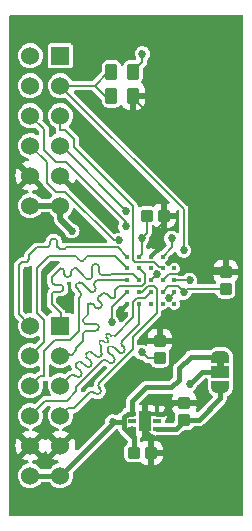
<source format=gtl>
%TF.GenerationSoftware,KiCad,Pcbnew,(6.0.10)*%
%TF.CreationDate,2023-02-16T13:15:27+00:00*%
%TF.ProjectId,hyperram-sm-x1,68797065-7272-4616-9d2d-736d2d78312e,1.0*%
%TF.SameCoordinates,Original*%
%TF.FileFunction,Copper,L1,Top*%
%TF.FilePolarity,Positive*%
%FSLAX46Y46*%
G04 Gerber Fmt 4.6, Leading zero omitted, Abs format (unit mm)*
G04 Created by KiCad (PCBNEW (6.0.10)) date 2023-02-16 13:15:27*
%MOMM*%
%LPD*%
G01*
G04 APERTURE LIST*
G04 Aperture macros list*
%AMRoundRect*
0 Rectangle with rounded corners*
0 $1 Rounding radius*
0 $2 $3 $4 $5 $6 $7 $8 $9 X,Y pos of 4 corners*
0 Add a 4 corners polygon primitive as box body*
4,1,4,$2,$3,$4,$5,$6,$7,$8,$9,$2,$3,0*
0 Add four circle primitives for the rounded corners*
1,1,$1+$1,$2,$3*
1,1,$1+$1,$4,$5*
1,1,$1+$1,$6,$7*
1,1,$1+$1,$8,$9*
0 Add four rect primitives between the rounded corners*
20,1,$1+$1,$2,$3,$4,$5,0*
20,1,$1+$1,$4,$5,$6,$7,0*
20,1,$1+$1,$6,$7,$8,$9,0*
20,1,$1+$1,$8,$9,$2,$3,0*%
%AMFreePoly0*
4,1,22,0.550000,-0.750000,0.000000,-0.750000,0.000000,-0.745033,-0.079941,-0.743568,-0.215256,-0.701293,-0.333266,-0.622738,-0.424486,-0.514219,-0.481581,-0.384460,-0.499164,-0.250000,-0.500000,-0.250000,-0.500000,0.250000,-0.499164,0.250000,-0.499963,0.256109,-0.478152,0.396186,-0.417904,0.524511,-0.324060,0.630769,-0.204165,0.706417,-0.067858,0.745374,0.000000,0.744959,0.000000,0.750000,
0.550000,0.750000,0.550000,-0.750000,0.550000,-0.750000,$1*%
%AMFreePoly1*
4,1,20,0.000000,0.744959,0.073905,0.744508,0.209726,0.703889,0.328688,0.626782,0.421226,0.519385,0.479903,0.390333,0.500000,0.250000,0.500000,-0.250000,0.499851,-0.262216,0.476331,-0.402017,0.414519,-0.529596,0.319384,-0.634700,0.198574,-0.708877,0.061801,-0.746166,0.000000,-0.745033,0.000000,-0.750000,-0.550000,-0.750000,-0.550000,0.750000,0.000000,0.750000,0.000000,0.744959,
0.000000,0.744959,$1*%
G04 Aperture macros list end*
%TA.AperFunction,SMDPad,CuDef*%
%ADD10RoundRect,0.250000X0.275000X-0.287500X0.275000X0.287500X-0.275000X0.287500X-0.275000X-0.287500X0*%
%TD*%
%TA.AperFunction,SMDPad,CuDef*%
%ADD11FreePoly0,90.000000*%
%TD*%
%TA.AperFunction,SMDPad,CuDef*%
%ADD12R,1.500000X1.000000*%
%TD*%
%TA.AperFunction,SMDPad,CuDef*%
%ADD13FreePoly1,90.000000*%
%TD*%
%TA.AperFunction,SMDPad,CuDef*%
%ADD14RoundRect,0.250000X-0.262500X-0.450000X0.262500X-0.450000X0.262500X0.450000X-0.262500X0.450000X0*%
%TD*%
%TA.AperFunction,SMDPad,CuDef*%
%ADD15RoundRect,0.250000X-0.287500X-0.275000X0.287500X-0.275000X0.287500X0.275000X-0.287500X0.275000X0*%
%TD*%
%TA.AperFunction,ComponentPad*%
%ADD16R,1.524000X1.524000*%
%TD*%
%TA.AperFunction,ComponentPad*%
%ADD17C,1.524000*%
%TD*%
%TA.AperFunction,SMDPad,CuDef*%
%ADD18R,0.650000X0.350000*%
%TD*%
%TA.AperFunction,SMDPad,CuDef*%
%ADD19R,1.100000X1.700000*%
%TD*%
%TA.AperFunction,SMDPad,CuDef*%
%ADD20RoundRect,0.250000X0.262500X0.450000X-0.262500X0.450000X-0.262500X-0.450000X0.262500X-0.450000X0*%
%TD*%
%TA.AperFunction,SMDPad,CuDef*%
%ADD21C,0.370000*%
%TD*%
%TA.AperFunction,ViaPad*%
%ADD22C,0.685800*%
%TD*%
%TA.AperFunction,Conductor*%
%ADD23C,0.200000*%
%TD*%
%TA.AperFunction,Conductor*%
%ADD24C,0.450000*%
%TD*%
%TA.AperFunction,Conductor*%
%ADD25C,0.500000*%
%TD*%
G04 APERTURE END LIST*
%TO.C,JP1*%
G36*
X51532500Y-65158000D02*
G01*
X50932500Y-65158000D01*
X50932500Y-64658000D01*
X51532500Y-64658000D01*
X51532500Y-65158000D01*
G37*
%TD*%
D10*
%TO.P,C4,1*%
%TO.N,+1V8*%
X48175000Y-69620500D03*
%TO.P,C4,2*%
%TO.N,GND*%
X48175000Y-68195500D03*
%TD*%
D11*
%TO.P,JP1,1,A*%
%TO.N,+1V8*%
X51232500Y-66833000D03*
D12*
%TO.P,JP1,2,C*%
%TO.N,VCC*%
X51232500Y-65533000D03*
D13*
%TO.P,JP1,3,B*%
%TO.N,+3V3*%
X51232500Y-64233000D03*
%TD*%
D10*
%TO.P,C2,1*%
%TO.N,VCC*%
X46088000Y-64324500D03*
%TO.P,C2,2*%
%TO.N,GND*%
X46088000Y-62899500D03*
%TD*%
D14*
%TO.P,R2,1*%
%TO.N,~{CS0}*%
X42000500Y-42149000D03*
%TO.P,R2,2*%
%TO.N,GND*%
X43825500Y-42149000D03*
%TD*%
D15*
%TO.P,C5,1*%
%TO.N,+3V3*%
X43887500Y-72358000D03*
%TO.P,C5,2*%
%TO.N,GND*%
X45312500Y-72358000D03*
%TD*%
D10*
%TO.P,C3,1*%
%TO.N,VCC*%
X51676000Y-58482500D03*
%TO.P,C3,2*%
%TO.N,GND*%
X51676000Y-57057500D03*
%TD*%
D16*
%TO.P,J2,1,Pin_1*%
%TO.N,/DQ0*%
X37680000Y-61610000D03*
D17*
%TO.P,J2,2,Pin_2*%
%TO.N,/DQ1*%
X37680000Y-64150000D03*
%TO.P,J2,3,Pin_3*%
%TO.N,/DQ2*%
X37680000Y-66690000D03*
%TO.P,J2,4,Pin_4*%
%TO.N,/DQ3*%
X37680000Y-69230000D03*
%TO.P,J2,5,Pin_5*%
%TO.N,GND*%
X37680000Y-71770000D03*
%TO.P,J2,6,Pin_6*%
%TO.N,+3V3*%
X37680000Y-74310000D03*
%TO.P,J2,7,Pin_7*%
%TO.N,/DQ7*%
X35140000Y-61610000D03*
%TO.P,J2,8,Pin_8*%
%TO.N,/DQ6*%
X35140000Y-64150000D03*
%TO.P,J2,9,Pin_9*%
%TO.N,/DQ5*%
X35140000Y-66690000D03*
%TO.P,J2,10,Pin_10*%
%TO.N,/DQ4*%
X35140000Y-69230000D03*
%TO.P,J2,11,Pin_11*%
%TO.N,GND*%
X35140000Y-71770000D03*
%TO.P,J2,12,Pin_12*%
%TO.N,+3V3*%
X35140000Y-74310000D03*
%TD*%
D18*
%TO.P,IC2,1,OUT*%
%TO.N,+1V8*%
X45875000Y-70358000D03*
%TO.P,IC2,2,N/C_1*%
%TO.N,unconnected-(IC2-Pad2)*%
X45875000Y-69708000D03*
%TO.P,IC2,3,GND_1*%
%TO.N,GND*%
X45875000Y-69058000D03*
%TO.P,IC2,4,EN*%
%TO.N,+3V3*%
X43775000Y-69058000D03*
%TO.P,IC2,5,N/C_2*%
%TO.N,unconnected-(IC2-Pad5)*%
X43775000Y-69708000D03*
%TO.P,IC2,6,IN*%
%TO.N,+3V3*%
X43775000Y-70358000D03*
D19*
%TO.P,IC2,7,GND_2*%
%TO.N,GND*%
X44825000Y-69708000D03*
%TD*%
D16*
%TO.P,J1,1,Pin_1*%
%TO.N,unconnected-(J1-Pad1)*%
X37680000Y-38750000D03*
D17*
%TO.P,J1,2,Pin_2*%
%TO.N,~{CS0}*%
X37680000Y-41290000D03*
%TO.P,J1,3,Pin_3*%
%TO.N,CK*%
X37680000Y-43830000D03*
%TO.P,J1,4,Pin_4*%
%TO.N,~{CK}*%
X37680000Y-46370000D03*
%TO.P,J1,5,Pin_5*%
%TO.N,GND*%
X37680000Y-48910000D03*
%TO.P,J1,6,Pin_6*%
%TO.N,+3V3*%
X37680000Y-51450000D03*
%TO.P,J1,7,Pin_7*%
%TO.N,unconnected-(J1-Pad7)*%
X35140000Y-38750000D03*
%TO.P,J1,8,Pin_8*%
%TO.N,unconnected-(J1-Pad8)*%
X35140000Y-41290000D03*
%TO.P,J1,9,Pin_9*%
%TO.N,~{RESET}*%
X35140000Y-43830000D03*
%TO.P,J1,10,Pin_10*%
%TO.N,RWDS*%
X35140000Y-46370000D03*
%TO.P,J1,11,Pin_11*%
%TO.N,GND*%
X35140000Y-48910000D03*
%TO.P,J1,12,Pin_12*%
%TO.N,+3V3*%
X35140000Y-51450000D03*
%TD*%
D20*
%TO.P,R1,1*%
%TO.N,VCC*%
X43825500Y-40117000D03*
%TO.P,R1,2*%
%TO.N,~{CS0}*%
X42000500Y-40117000D03*
%TD*%
D15*
%TO.P,C1,1*%
%TO.N,VCC*%
X44994500Y-52309000D03*
%TO.P,C1,2*%
%TO.N,GND*%
X46419500Y-52309000D03*
%TD*%
D21*
%TO.P,IC1,A2,RFU_1*%
%TO.N,unconnected-(IC1-PadA2)*%
X47326000Y-56770000D03*
%TO.P,IC1,A3,CS#*%
%TO.N,~{CS0}*%
X47326000Y-57770000D03*
%TO.P,IC1,A4,RESET#*%
%TO.N,~{RESET}*%
X47326000Y-58770000D03*
%TO.P,IC1,A5,RFU_2*%
%TO.N,unconnected-(IC1-PadA5)*%
X47326000Y-59770000D03*
%TO.P,IC1,B1,CK#*%
%TO.N,~{CK}*%
X46326000Y-55770000D03*
%TO.P,IC1,B2,CK*%
%TO.N,CK*%
X46326000Y-56770000D03*
%TO.P,IC1,B3,VSS*%
%TO.N,GND*%
X46326000Y-57770000D03*
%TO.P,IC1,B4,VCC*%
%TO.N,VCC*%
X46326000Y-58770000D03*
%TO.P,IC1,B5,RFU_3*%
%TO.N,unconnected-(IC1-PadB5)*%
X46326000Y-59770000D03*
%TO.P,IC1,C1,VSSQ_1*%
%TO.N,GND*%
X45326000Y-55770000D03*
%TO.P,IC1,C2,RFU_4*%
%TO.N,unconnected-(IC1-PadC2)*%
X45326000Y-56770000D03*
%TO.P,IC1,C3,RWDS*%
%TO.N,RWDS*%
X45326000Y-57770000D03*
%TO.P,IC1,C4,DQ2*%
%TO.N,/DQ2*%
X45326000Y-58770000D03*
%TO.P,IC1,C5,RFU_5*%
%TO.N,unconnected-(IC1-PadC5)*%
X45326000Y-59770000D03*
%TO.P,IC1,D1,VCCQ_1*%
%TO.N,VCC*%
X44326000Y-55770000D03*
%TO.P,IC1,D2,DQ1*%
%TO.N,/DQ1*%
X44326000Y-56770000D03*
%TO.P,IC1,D3,DQ0*%
%TO.N,/DQ0*%
X44326000Y-57770000D03*
%TO.P,IC1,D4,DQ3*%
%TO.N,/DQ3*%
X44326000Y-58770000D03*
%TO.P,IC1,D5,DQ4*%
%TO.N,/DQ4*%
X44326000Y-59770000D03*
%TO.P,IC1,E1,DQ7*%
%TO.N,/DQ7*%
X43326000Y-55770000D03*
%TO.P,IC1,E2,DQ6*%
%TO.N,/DQ6*%
X43326000Y-56770000D03*
%TO.P,IC1,E3,DQ5*%
%TO.N,/DQ5*%
X43326000Y-57770000D03*
%TO.P,IC1,E4,VCCQ_2*%
%TO.N,VCC*%
X43326000Y-58770000D03*
%TO.P,IC1,E5,VSSQ_2*%
%TO.N,GND*%
X43326000Y-59770000D03*
%TD*%
D22*
%TO.N,~{CS0}*%
X48120000Y-55230000D03*
X48628000Y-57770000D03*
%TO.N,~{CK}*%
X47104000Y-54214000D03*
X43228800Y-51928000D03*
%TO.N,GND*%
X39345000Y-76714000D03*
X51918000Y-69221000D03*
X40234000Y-42551000D03*
X44945000Y-43419000D03*
X48120000Y-56754000D03*
X39345000Y-36201000D03*
X34519000Y-36328000D03*
X45834000Y-54214000D03*
X44818000Y-62850000D03*
X42786000Y-60310000D03*
X43663000Y-49409000D03*
X34773000Y-76714000D03*
X43790000Y-65792000D03*
X47600000Y-61347000D03*
X47092000Y-71888000D03*
X40742000Y-46488000D03*
X45475000Y-71158000D03*
X40107000Y-69475000D03*
X42520000Y-71507000D03*
X46912500Y-68520500D03*
X39980000Y-40011000D03*
%TO.N,+3V3*%
X38650000Y-53583000D03*
X42100000Y-69758000D03*
%TO.N,~{RESET}*%
X46845307Y-59289307D03*
X43228800Y-53198000D03*
%TO.N,RWDS*%
X45834000Y-57262000D03*
X42676260Y-54398959D03*
%TO.N,VCC*%
X42024000Y-61326000D03*
X48120000Y-58786000D03*
X44625000Y-38583000D03*
X48625000Y-66558000D03*
X44564000Y-63866000D03*
X44564000Y-54214000D03*
%TD*%
D23*
%TO.N,~{CS0}*%
X40573500Y-41290000D02*
X41746500Y-40117000D01*
X42000500Y-42149000D02*
X41432500Y-42149000D01*
X48120000Y-55230000D02*
X48120000Y-51730000D01*
X47326000Y-57770000D02*
X48628000Y-57770000D01*
X40573500Y-41290000D02*
X37680000Y-41290000D01*
X41432500Y-42149000D02*
X40573500Y-41290000D01*
X41746500Y-40117000D02*
X42000500Y-40117000D01*
X48120000Y-51730000D02*
X37680000Y-41290000D01*
%TO.N,CK*%
X38825000Y-45781711D02*
X38825000Y-46483000D01*
X38087289Y-45044000D02*
X38825000Y-45781711D01*
X37680000Y-45044000D02*
X38087289Y-45044000D01*
X38825000Y-46483000D02*
X43823600Y-51481600D01*
X46222700Y-56666700D02*
X46326000Y-56770000D01*
X43823600Y-51481600D02*
X43823600Y-56058889D01*
X37680000Y-43830000D02*
X37680000Y-45044000D01*
X46000700Y-56666700D02*
X46222700Y-56666700D01*
X44010711Y-56246000D02*
X45580000Y-56246000D01*
X43823600Y-56058889D02*
X44010711Y-56246000D01*
X45580000Y-56246000D02*
X46000700Y-56666700D01*
%TO.N,~{CK}*%
X37680000Y-46370000D02*
X37680000Y-46366000D01*
X43228800Y-51862800D02*
X43228800Y-51928000D01*
X37706000Y-46340000D02*
X43228800Y-51862800D01*
X37680000Y-46366000D02*
X37706000Y-46340000D01*
X47104000Y-54214000D02*
X47104000Y-54992000D01*
X47104000Y-54992000D02*
X46326000Y-55770000D01*
D24*
%TO.N,GND*%
X44825000Y-70508000D02*
X44825000Y-69708000D01*
X45312500Y-71320500D02*
X45475000Y-71158000D01*
X45475000Y-71158000D02*
X44825000Y-70508000D01*
D23*
X46419500Y-52309000D02*
X46419500Y-52866500D01*
D24*
X46912500Y-68520500D02*
X46375000Y-69058000D01*
D23*
X42786000Y-60310000D02*
X43326000Y-59770000D01*
X46419500Y-52866500D02*
X45834000Y-53452000D01*
D24*
X48175000Y-68195500D02*
X47237500Y-68195500D01*
D23*
X51372500Y-56754000D02*
X51676000Y-57057500D01*
X45834000Y-53452000D02*
X45834000Y-54214000D01*
X46834000Y-57262000D02*
X46326000Y-57770000D01*
X43825500Y-42299500D02*
X44945000Y-43419000D01*
X43825500Y-42149000D02*
X43825500Y-42299500D01*
X45834000Y-55262000D02*
X45326000Y-55770000D01*
X45834000Y-54214000D02*
X45834000Y-55262000D01*
X44818000Y-62850000D02*
X46038500Y-62850000D01*
X46038500Y-62850000D02*
X46088000Y-62899500D01*
X48120000Y-56754000D02*
X51372500Y-56754000D01*
D24*
X45312500Y-72358000D02*
X45312500Y-71320500D01*
X46375000Y-69058000D02*
X45875000Y-69058000D01*
D23*
X48120000Y-56754000D02*
X47612000Y-57262000D01*
X47612000Y-57262000D02*
X46834000Y-57262000D01*
D24*
X47237500Y-68195500D02*
X46912500Y-68520500D01*
D25*
%TO.N,+3V3*%
X35140000Y-51450000D02*
X37680000Y-51450000D01*
D24*
X43887500Y-71070500D02*
X43837500Y-71020500D01*
X47083118Y-66833000D02*
X44925000Y-66833000D01*
X47725000Y-65233000D02*
X47725000Y-66191118D01*
X43775000Y-67983000D02*
X43775000Y-69058000D01*
X43837500Y-71020500D02*
X43837500Y-70420500D01*
X43072600Y-69358000D02*
X43372600Y-69058000D01*
X48725000Y-64233000D02*
X47725000Y-65233000D01*
X47725000Y-66191118D02*
X47083118Y-66833000D01*
X43072600Y-69780600D02*
X43072600Y-69358000D01*
X35140000Y-74310000D02*
X37680000Y-74310000D01*
D25*
X37680000Y-51450000D02*
X37680000Y-52613000D01*
D24*
X44925000Y-66833000D02*
X43775000Y-67983000D01*
X51232500Y-64233000D02*
X48725000Y-64233000D01*
X43837500Y-71020500D02*
X43072600Y-70255600D01*
X43072600Y-70255600D02*
X43072600Y-69780600D01*
X42100000Y-69890000D02*
X42100000Y-69758000D01*
X43072600Y-69780600D02*
X42122600Y-69780600D01*
X43887500Y-72358000D02*
X43887500Y-71070500D01*
D25*
X37680000Y-52613000D02*
X38650000Y-53583000D01*
D24*
X43372600Y-69058000D02*
X43775000Y-69058000D01*
X37680000Y-74310000D02*
X42100000Y-69890000D01*
X42122600Y-69780600D02*
X42100000Y-69758000D01*
D25*
X43837500Y-70420500D02*
X43775000Y-70358000D01*
D23*
%TO.N,~{RESET}*%
X37325000Y-47737000D02*
X36309000Y-46721000D01*
X36309000Y-44999000D02*
X35140000Y-43830000D01*
X43228800Y-52824510D02*
X38141290Y-47737000D01*
X36309000Y-46721000D02*
X36309000Y-44999000D01*
X47326000Y-58770000D02*
X47326000Y-58808614D01*
X47326000Y-58808614D02*
X46845307Y-59289307D01*
X38141290Y-47737000D02*
X37325000Y-47737000D01*
X43228800Y-53198000D02*
X43228800Y-52824510D01*
%TO.N,RWDS*%
X36563000Y-47793000D02*
X35140000Y-46370000D01*
X37341711Y-50277000D02*
X36563000Y-49498289D01*
X42676260Y-54398959D02*
X42208959Y-54398959D01*
X38087000Y-50277000D02*
X37341711Y-50277000D01*
X45326000Y-57770000D02*
X45834000Y-57262000D01*
X42208959Y-54398959D02*
X38087000Y-50277000D01*
X36563000Y-49498289D02*
X36563000Y-47793000D01*
%TO.N,/DQ0*%
X42008524Y-57233000D02*
X43789000Y-57233000D01*
X37680000Y-61352000D02*
X37706000Y-61326000D01*
X40335270Y-57513271D02*
X40335270Y-57332600D01*
X39735270Y-57513270D02*
X39735270Y-57513271D01*
X36944000Y-57840000D02*
X36944000Y-57516000D01*
X38906000Y-56754000D02*
X38976000Y-56754000D01*
X37706000Y-60564000D02*
X36944000Y-59802000D01*
X37680000Y-61610000D02*
X37680000Y-61352000D01*
X36944000Y-57516000D02*
X37706000Y-56754000D01*
X38006000Y-57054000D02*
X38006000Y-57204000D01*
X39915940Y-57693941D02*
X40154600Y-57693941D01*
X40354600Y-57332600D02*
X40354600Y-56671259D01*
X40954600Y-56671259D02*
X40954600Y-57032600D01*
X36944000Y-59802000D02*
X36944000Y-59040000D01*
X41908924Y-57332600D02*
X42008524Y-57233000D01*
X43789000Y-57233000D02*
X44326000Y-57770000D01*
X37706000Y-61326000D02*
X37706000Y-60564000D01*
X37644000Y-58140000D02*
X37244000Y-58140000D01*
X37244000Y-58740000D02*
X37644000Y-58740000D01*
X41254600Y-57332600D02*
X41908924Y-57332600D01*
X38976000Y-56754000D02*
X39554600Y-57332600D01*
X40335270Y-57332600D02*
X40354600Y-57332600D01*
X38606000Y-57204000D02*
X38606000Y-57054000D01*
X40954641Y-56671259D02*
G75*
G03*
X40654600Y-56371259I-300041J-41D01*
G01*
X37244000Y-58740000D02*
G75*
G03*
X36944000Y-59040000I0J-300000D01*
G01*
X37944000Y-58440000D02*
G75*
G02*
X37644000Y-58740000I-300000J0D01*
G01*
X40654600Y-56371300D02*
G75*
G03*
X40354600Y-56671259I0J-300000D01*
G01*
X36944000Y-57840000D02*
G75*
G03*
X37244000Y-58140000I300000J0D01*
G01*
X39915940Y-57693930D02*
G75*
G02*
X39735270Y-57513271I-40J180630D01*
G01*
X38006000Y-57054000D02*
G75*
G03*
X37706000Y-56754000I-300000J0D01*
G01*
X38906000Y-56754000D02*
G75*
G03*
X38606000Y-57054000I0J-300000D01*
G01*
X39735300Y-57513270D02*
G75*
G03*
X39554600Y-57332600I-180700J-30D01*
G01*
X37644000Y-58140000D02*
G75*
G02*
X37944000Y-58440000I0J-300000D01*
G01*
X40335241Y-57513271D02*
G75*
G02*
X40154600Y-57693941I-180641J-29D01*
G01*
X41254600Y-57332600D02*
G75*
G02*
X40954600Y-57032600I0J300000D01*
G01*
X38306000Y-57504000D02*
G75*
G02*
X38006000Y-57204000I0J300000D01*
G01*
X38606000Y-57204000D02*
G75*
G02*
X38306000Y-57504000I-300000J0D01*
G01*
%TO.N,/DQ1*%
X41091413Y-59007387D02*
X40905599Y-59193201D01*
X40695134Y-60080870D02*
X40416264Y-59802000D01*
X39592000Y-61050000D02*
X39592000Y-61250000D01*
X39611000Y-62926200D02*
X39025000Y-63512200D01*
X39792000Y-61450000D02*
X40642000Y-61450000D01*
X41161201Y-58937599D02*
X41091413Y-59007387D01*
X40905599Y-59442805D02*
X41119398Y-59656604D01*
X40642000Y-62050000D02*
X39792000Y-62050000D01*
X41778600Y-59133000D02*
X41770000Y-59141600D01*
X41799264Y-59133000D02*
X41778600Y-59133000D01*
X39592000Y-62516000D02*
X39611000Y-62535000D01*
X38525000Y-64083000D02*
X38425000Y-63983000D01*
X39025000Y-63512200D02*
X39025000Y-63683000D01*
X38625000Y-64083000D02*
X38525000Y-64083000D01*
X44818000Y-57262000D02*
X44818000Y-58024000D01*
X42931469Y-58278000D02*
X42925000Y-58284469D01*
X38125000Y-63983000D02*
X37958000Y-64150000D01*
X38425000Y-63983000D02*
X38125000Y-63983000D01*
X41887208Y-59220944D02*
X41799264Y-59133000D01*
X42311473Y-58624117D02*
X42311473Y-59220945D01*
X39025000Y-63683000D02*
X38625000Y-64083000D01*
X37958000Y-64150000D02*
X37680000Y-64150000D01*
X44818000Y-58024000D02*
X44564000Y-58278000D01*
X39992000Y-59802000D02*
X39992000Y-60650000D01*
X41585465Y-58957065D02*
X41585465Y-58937599D01*
X44326000Y-56770000D02*
X44818000Y-57262000D01*
X44564000Y-58278000D02*
X42931469Y-58278000D01*
X42651121Y-58284469D02*
X42311473Y-58624117D01*
X40905599Y-59193201D02*
X40905599Y-59442805D01*
X39592000Y-62250000D02*
X39592000Y-62516000D01*
X39611000Y-62535000D02*
X39611000Y-62926200D01*
X42925000Y-58284469D02*
X42651121Y-58284469D01*
X41770000Y-59141600D02*
X41585465Y-58957065D01*
X41119361Y-60080833D02*
G75*
G03*
X41119398Y-59656604I-212061J212133D01*
G01*
X40942000Y-61750000D02*
G75*
G03*
X40642000Y-61450000I-300000J0D01*
G01*
X39592000Y-61050000D02*
G75*
G02*
X39792000Y-60850000I200000J0D01*
G01*
X40642000Y-62050000D02*
G75*
G03*
X40942000Y-61750000I0J300000D01*
G01*
X39592000Y-62250000D02*
G75*
G02*
X39792000Y-62050000I200000J0D01*
G01*
X41161202Y-58937600D02*
G75*
G02*
X41585464Y-58937600I212131J-212131D01*
G01*
X39792000Y-60850000D02*
G75*
G03*
X39992000Y-60650000I0J200000D01*
G01*
X41887167Y-59220985D02*
G75*
G03*
X42311473Y-59220945I212133J212185D01*
G01*
X39792000Y-61450000D02*
G75*
G02*
X39592000Y-61250000I0J200000D01*
G01*
X39992001Y-59802001D02*
G75*
G02*
X40416263Y-59802001I212131J-212131D01*
G01*
X40695135Y-60080869D02*
G75*
G03*
X41119397Y-60080869I212131J212131D01*
G01*
%TO.N,/DQ2*%
X43825000Y-59565822D02*
X43825000Y-60886095D01*
X38519305Y-65850697D02*
X37680000Y-66690000D01*
X39208733Y-64666291D02*
X39031956Y-64843067D01*
X38978924Y-65886052D02*
X38943569Y-65850697D01*
X39880484Y-64242025D02*
X40251717Y-64613259D01*
X44863000Y-59233000D02*
X44157822Y-59233000D01*
X41132796Y-63578296D02*
X41132796Y-63799094D01*
X40057262Y-63817762D02*
X39880485Y-63994538D01*
X41571385Y-62602669D02*
X41698483Y-62729767D01*
X43825000Y-60886095D02*
X42264171Y-62446924D01*
X41571385Y-62319827D02*
X41571386Y-62319826D01*
X41005698Y-63168356D02*
X41132796Y-63295454D01*
X41415641Y-63012612D02*
X41288542Y-62885513D01*
X45326000Y-58770000D02*
X44863000Y-59233000D01*
X41005698Y-62885514D02*
X41005699Y-62885513D01*
X39827453Y-65037523D02*
X39456221Y-64666291D01*
X44157822Y-59233000D02*
X43825000Y-59565822D01*
X41288542Y-62885513D02*
X41288542Y-62885514D01*
X40675982Y-64188994D02*
X40304750Y-63817762D01*
X39031955Y-65090554D02*
X39403188Y-65461788D01*
X41698483Y-63012612D02*
X41698484Y-63012611D01*
X41981328Y-62446925D02*
X41854229Y-62319826D01*
X41854229Y-62319826D02*
X41854229Y-62319827D01*
X41698483Y-63012609D02*
X41698483Y-63012612D01*
X41415679Y-63012574D02*
G75*
G03*
X41698484Y-63012611I141421J141374D01*
G01*
X41132821Y-63578321D02*
G75*
G03*
X41132796Y-63295454I-141421J141421D01*
G01*
X41005698Y-62885514D02*
G75*
G02*
X41288542Y-62885514I141422J-141418D01*
G01*
X41100201Y-64188949D02*
G75*
G03*
X41132795Y-63799095I-217201J214449D01*
G01*
X39208734Y-64666292D02*
G75*
G02*
X39456220Y-64666292I123743J-123745D01*
G01*
X39031966Y-65090543D02*
G75*
G02*
X39031956Y-64843067I123734J123743D01*
G01*
X41571433Y-62602621D02*
G75*
G02*
X41571386Y-62319826I141367J141421D01*
G01*
X41698495Y-63012621D02*
G75*
G03*
X41698483Y-62729767I-141395J141421D01*
G01*
X40675983Y-64188993D02*
G75*
G03*
X41100245Y-64188993I212131J212131D01*
G01*
X39880466Y-64242043D02*
G75*
G02*
X39880485Y-63994538I123734J123743D01*
G01*
X41571385Y-62319827D02*
G75*
G02*
X41854229Y-62319827I141422J-141418D01*
G01*
X41005733Y-63168321D02*
G75*
G02*
X41005699Y-62885513I141367J141421D01*
G01*
X39403168Y-65886032D02*
G75*
G03*
X39403188Y-65461788I-212068J212132D01*
G01*
X39827454Y-65037522D02*
G75*
G03*
X40251716Y-65037522I212131J212131D01*
G01*
X38519306Y-65850698D02*
G75*
G02*
X38943568Y-65850698I212131J-212131D01*
G01*
X41981280Y-62446973D02*
G75*
G03*
X42264170Y-62446923I141420J141473D01*
G01*
X38978925Y-65886051D02*
G75*
G03*
X39403187Y-65886051I212131J212131D01*
G01*
X40057263Y-63817763D02*
G75*
G02*
X40304749Y-63817763I123743J-123745D01*
G01*
X40251725Y-65037531D02*
G75*
G03*
X40251716Y-64613260I-212125J212131D01*
G01*
%TO.N,/DQ3*%
X40553737Y-67284533D02*
X40598777Y-67329573D01*
X45834000Y-58532000D02*
X45580000Y-58278000D01*
X37680000Y-69230000D02*
X38320997Y-68589003D01*
X44570369Y-58770000D02*
X44326000Y-58770000D01*
X43802000Y-63612003D02*
X43802000Y-62596000D01*
X45580000Y-58278000D02*
X45062369Y-58278000D01*
X40978001Y-66436002D02*
X43802000Y-63612003D01*
X45062369Y-58278000D02*
X44570369Y-58770000D01*
X40978000Y-66860268D02*
X40978001Y-66860268D01*
X38320997Y-68589003D02*
X38825000Y-68589003D01*
X41023041Y-66905309D02*
X40978000Y-66860268D01*
X45834000Y-60564000D02*
X45834000Y-58532000D01*
X38825000Y-68589003D02*
X40129473Y-67284533D01*
X43802000Y-62596000D02*
X45834000Y-60564000D01*
X41023040Y-67329572D02*
G75*
G02*
X40598778Y-67329572I-212131J212131D01*
G01*
X40977966Y-66435967D02*
G75*
G03*
X40978001Y-66860268I212134J-212133D01*
G01*
X41023082Y-66905268D02*
G75*
G02*
X41023041Y-67329573I-212182J-212132D01*
G01*
X40553736Y-67284534D02*
G75*
G03*
X40129474Y-67284534I-212131J-212131D01*
G01*
%TO.N,/DQ7*%
X35039000Y-56007558D02*
X34813014Y-56233545D01*
X34150000Y-56500000D02*
X34150000Y-60620000D01*
X43326000Y-55770000D02*
X42532000Y-54976000D01*
X34416457Y-56233545D02*
X34416458Y-56233544D01*
X35039000Y-56007559D02*
X35039000Y-56007558D01*
X37414000Y-54976000D02*
X37414000Y-54531706D01*
X35674000Y-54976000D02*
X35039000Y-55611000D01*
X42532000Y-54976000D02*
X38214000Y-54976000D01*
X36514000Y-54976000D02*
X35674000Y-54976000D01*
X34416458Y-56233544D02*
X34150000Y-56500000D01*
X37541853Y-55048147D02*
X37541853Y-54976000D01*
X35039000Y-55809280D02*
X35038999Y-55809280D01*
X36814000Y-54531706D02*
X36814000Y-54676000D01*
X38069706Y-55120294D02*
X37614000Y-55120294D01*
X34150000Y-60620000D02*
X35140000Y-61610000D01*
X34614736Y-56233545D02*
X34614736Y-56233544D01*
X37541853Y-54976000D02*
X37414000Y-54976000D01*
X36814006Y-54531706D02*
G75*
G02*
X37114000Y-54231706I299994J6D01*
G01*
X34614736Y-56233545D02*
G75*
G03*
X34813014Y-56233545I99139J99138D01*
G01*
X36514000Y-54976000D02*
G75*
G03*
X36814000Y-54676000I0J300000D01*
G01*
X34416460Y-56233548D02*
G75*
G02*
X34614736Y-56233544I99140J-99152D01*
G01*
X37541806Y-55048147D02*
G75*
G03*
X37614000Y-55120294I72194J47D01*
G01*
X35039040Y-55809240D02*
G75*
G02*
X35039000Y-55611000I99060J99140D01*
G01*
X37114000Y-54231700D02*
G75*
G02*
X37414000Y-54531706I0J-300000D01*
G01*
X38069706Y-55120253D02*
G75*
G03*
X38141853Y-55048147I-6J72153D01*
G01*
X35038979Y-56007538D02*
G75*
G03*
X35038998Y-55809281I-99079J99138D01*
G01*
X38141900Y-55048147D02*
G75*
G02*
X38214000Y-54976000I72100J47D01*
G01*
%TO.N,/DQ6*%
X39392000Y-56132577D02*
X39597424Y-56132577D01*
X36325000Y-61171710D02*
X35674000Y-60520710D01*
X35674000Y-56754000D02*
X36690000Y-55738000D01*
X39794712Y-55935289D02*
X39794712Y-55935288D01*
X39194712Y-55935288D02*
X39194712Y-55935289D01*
X36325000Y-62965000D02*
X36325000Y-61171710D01*
X35674000Y-60520710D02*
X35674000Y-56754000D01*
X42294000Y-55738000D02*
X43326000Y-56770000D01*
X36690000Y-55738000D02*
X38997424Y-55738000D01*
X39992000Y-55738000D02*
X42294000Y-55738000D01*
X35140000Y-64150000D02*
X36325000Y-62965000D01*
X39392000Y-56132588D02*
G75*
G02*
X39194712Y-55935289I0J197288D01*
G01*
X39794677Y-55935289D02*
G75*
G02*
X39597424Y-56132577I-197277J-11D01*
G01*
X39992000Y-55738012D02*
G75*
G03*
X39794712Y-55935288I0J-197288D01*
G01*
X39194700Y-55935288D02*
G75*
G03*
X38997424Y-55738000I-197300J-12D01*
G01*
%TO.N,/DQ5*%
X35140000Y-66690000D02*
X35932000Y-65898000D01*
X39498439Y-58035644D02*
X40170167Y-58707371D01*
X39230000Y-62088800D02*
X39230000Y-59294000D01*
X39230000Y-59294000D02*
X39357000Y-59167000D01*
X37198000Y-62850000D02*
X38468800Y-62850000D01*
X40594431Y-58283106D02*
X40594430Y-58283105D01*
X40523705Y-58707371D02*
X40594431Y-58636644D01*
X39498439Y-58035645D02*
X39498439Y-58035644D01*
X39357000Y-58742736D02*
X39074173Y-58459909D01*
X36325000Y-65898000D02*
X36325000Y-63723000D01*
X40754000Y-57770000D02*
X43326000Y-57770000D01*
X35932000Y-65898000D02*
X36325000Y-65898000D01*
X36325000Y-63723000D02*
X37198000Y-62850000D01*
X38468800Y-62850000D02*
X39230000Y-62088800D01*
X40594430Y-57929567D02*
X40754000Y-57770000D01*
X40594406Y-58283131D02*
G75*
G02*
X40594431Y-58636644I-176706J-176769D01*
G01*
X39498438Y-58035646D02*
G75*
G03*
X39074174Y-58035646I-212132J-212130D01*
G01*
X40594394Y-57929531D02*
G75*
G03*
X40594430Y-58283105I176806J-176769D01*
G01*
X39074196Y-58035668D02*
G75*
G03*
X39074173Y-58459909I212104J-212132D01*
G01*
X39356968Y-58742768D02*
G75*
G02*
X39357000Y-59167000I-212068J-212132D01*
G01*
X40523705Y-58707371D02*
G75*
G02*
X40170167Y-58707371I-176769J176769D01*
G01*
%TO.N,/DQ4*%
X42131172Y-63375848D02*
X42279953Y-63524630D01*
X42188601Y-64281807D02*
X41706907Y-63800112D01*
X44326000Y-61478579D02*
X44326000Y-59770000D01*
X35140000Y-69230000D02*
X36387000Y-67983000D01*
X42951703Y-63347847D02*
X42916348Y-63312492D01*
X42916348Y-62888228D02*
X44326000Y-61478579D01*
X43037132Y-63433275D02*
X42951703Y-63347847D01*
X42188601Y-64281806D02*
X42188601Y-64281807D01*
X39025000Y-67183000D02*
X39025000Y-66779579D01*
X38225000Y-67983000D02*
X39025000Y-67183000D01*
X39025000Y-66779579D02*
X41219290Y-64585289D01*
X42279953Y-63524626D02*
X42612868Y-63857541D01*
X36387000Y-67983000D02*
X38225000Y-67983000D01*
X41643554Y-64585289D02*
X41764337Y-64706072D01*
X42279953Y-63524630D02*
X42279953Y-63524626D01*
X41706907Y-63502552D02*
X41833612Y-63375848D01*
X42188600Y-64706071D02*
G75*
G02*
X41764338Y-64706071I-212131J212131D01*
G01*
X42916389Y-62888269D02*
G75*
G03*
X42916349Y-63312491I212111J-212131D01*
G01*
X41643553Y-64585290D02*
G75*
G03*
X41219291Y-64585290I-212131J-212131D01*
G01*
X43037131Y-63857540D02*
G75*
G02*
X42612869Y-63857540I-212131J212131D01*
G01*
X42131172Y-63375848D02*
G75*
G03*
X41833612Y-63375848I-148780J-148782D01*
G01*
X41706875Y-63502520D02*
G75*
G03*
X41706907Y-63800112I148825J-148780D01*
G01*
X43037140Y-63433267D02*
G75*
G02*
X43037132Y-63857541I-212140J-212133D01*
G01*
X42188640Y-64281767D02*
G75*
G02*
X42188601Y-64706072I-212140J-212133D01*
G01*
%TO.N,VCC*%
X44625000Y-38583000D02*
X44625000Y-39317500D01*
X44994500Y-53783500D02*
X44994500Y-52309000D01*
X48120000Y-58786000D02*
X47612000Y-58278000D01*
X47612000Y-58278000D02*
X46818000Y-58278000D01*
X45072000Y-64374000D02*
X44564000Y-63866000D01*
X46088000Y-64374000D02*
X45072000Y-64374000D01*
X42024000Y-61326000D02*
X42024000Y-60072000D01*
D24*
X51232500Y-65533000D02*
X49650000Y-65533000D01*
D23*
X46088000Y-64324500D02*
X46088000Y-64374000D01*
X48120000Y-58786000D02*
X48423500Y-58482500D01*
X44564000Y-54214000D02*
X44564000Y-55532000D01*
X46818000Y-58278000D02*
X46326000Y-58770000D01*
D24*
X49650000Y-65533000D02*
X48625000Y-66558000D01*
D23*
X44564000Y-55532000D02*
X44326000Y-55770000D01*
X48423500Y-58482500D02*
X51676000Y-58482500D01*
X42024000Y-60072000D02*
X43326000Y-58770000D01*
X44625000Y-39317500D02*
X43825500Y-40117000D01*
X44564000Y-54214000D02*
X44994500Y-53783500D01*
D24*
%TO.N,+1V8*%
X49387500Y-69620500D02*
X48175000Y-69620500D01*
X51232500Y-66833000D02*
X51232500Y-67775500D01*
X47437500Y-70358000D02*
X48175000Y-69620500D01*
X51232500Y-67775500D02*
X49387500Y-69620500D01*
X45875000Y-70358000D02*
X47437500Y-70358000D01*
%TD*%
%TA.AperFunction,Conductor*%
%TO.N,GND*%
G36*
X53108621Y-35320502D02*
G01*
X53155114Y-35374158D01*
X53166500Y-35426500D01*
X53166500Y-77573500D01*
X53146498Y-77641621D01*
X53092842Y-77688114D01*
X53040500Y-77699500D01*
X33426500Y-77699500D01*
X33358379Y-77679498D01*
X33311886Y-77625842D01*
X33300500Y-77573500D01*
X33300500Y-74295093D01*
X34072463Y-74295093D01*
X34089899Y-74502730D01*
X34147333Y-74703025D01*
X34150151Y-74708507D01*
X34150152Y-74708511D01*
X34239756Y-74882862D01*
X34239759Y-74882866D01*
X34242577Y-74888350D01*
X34267714Y-74920065D01*
X34368174Y-75046816D01*
X34368179Y-75046821D01*
X34372003Y-75051646D01*
X34530683Y-75186693D01*
X34536061Y-75189699D01*
X34536063Y-75189700D01*
X34621627Y-75237519D01*
X34712571Y-75288346D01*
X34910740Y-75352735D01*
X35117641Y-75377407D01*
X35123776Y-75376935D01*
X35123778Y-75376935D01*
X35319252Y-75361894D01*
X35319256Y-75361893D01*
X35325394Y-75361421D01*
X35526085Y-75305387D01*
X35531589Y-75302607D01*
X35531591Y-75302606D01*
X35706570Y-75214218D01*
X35706572Y-75214217D01*
X35712071Y-75211439D01*
X35876266Y-75083156D01*
X36012417Y-74925423D01*
X36027278Y-74899263D01*
X36078317Y-74849912D01*
X36136834Y-74835500D01*
X36680535Y-74835500D01*
X36748656Y-74855502D01*
X36782003Y-74888805D01*
X36782577Y-74888350D01*
X36908174Y-75046816D01*
X36908179Y-75046821D01*
X36912003Y-75051646D01*
X37070683Y-75186693D01*
X37076061Y-75189699D01*
X37076063Y-75189700D01*
X37161627Y-75237519D01*
X37252571Y-75288346D01*
X37450740Y-75352735D01*
X37657641Y-75377407D01*
X37663776Y-75376935D01*
X37663778Y-75376935D01*
X37859252Y-75361894D01*
X37859256Y-75361893D01*
X37865394Y-75361421D01*
X38066085Y-75305387D01*
X38071589Y-75302607D01*
X38071591Y-75302606D01*
X38246570Y-75214218D01*
X38246572Y-75214217D01*
X38252071Y-75211439D01*
X38416266Y-75083156D01*
X38552417Y-74925423D01*
X38655339Y-74744249D01*
X38721109Y-74546534D01*
X38747225Y-74339810D01*
X38747641Y-74310000D01*
X38727308Y-74102627D01*
X38725525Y-74096722D01*
X38724330Y-74090687D01*
X38726586Y-74090240D01*
X38726121Y-74029503D01*
X38758190Y-73974979D01*
X42362105Y-70371064D01*
X42424417Y-70337038D01*
X42495232Y-70342103D01*
X42552068Y-70384650D01*
X42566858Y-70410167D01*
X42567217Y-70410997D01*
X42574227Y-70432210D01*
X42575428Y-70437329D01*
X42577390Y-70445693D01*
X42597281Y-70481875D01*
X42602488Y-70492505D01*
X42618880Y-70530383D01*
X42624286Y-70537059D01*
X42624287Y-70537061D01*
X42627592Y-70541142D01*
X42640080Y-70559726D01*
X42646753Y-70571863D01*
X42653436Y-70579605D01*
X42676640Y-70602809D01*
X42685465Y-70612609D01*
X42709488Y-70642275D01*
X42723744Y-70652406D01*
X42739844Y-70666013D01*
X43325095Y-71251264D01*
X43359121Y-71313576D01*
X43362000Y-71340359D01*
X43362000Y-71509938D01*
X43341998Y-71578059D01*
X43312181Y-71610300D01*
X43207078Y-71690078D01*
X43115887Y-71810217D01*
X43112725Y-71818204D01*
X43066960Y-71933794D01*
X43060364Y-71950453D01*
X43049500Y-72040228D01*
X43049500Y-72675772D01*
X43060364Y-72765547D01*
X43115887Y-72905783D01*
X43207078Y-73025922D01*
X43327217Y-73117113D01*
X43348734Y-73125632D01*
X43459923Y-73169655D01*
X43459925Y-73169656D01*
X43467453Y-73172636D01*
X43557228Y-73183500D01*
X44217772Y-73183500D01*
X44275439Y-73176522D01*
X44299508Y-73173609D01*
X44299509Y-73173609D01*
X44307547Y-73172636D01*
X44334360Y-73162020D01*
X44363190Y-73150606D01*
X44433890Y-73144127D01*
X44498591Y-73178585D01*
X44546829Y-73226739D01*
X44558240Y-73235751D01*
X44696243Y-73320816D01*
X44709424Y-73326963D01*
X44863710Y-73378138D01*
X44877086Y-73381005D01*
X44971438Y-73390672D01*
X44977854Y-73391000D01*
X45040385Y-73391000D01*
X45055624Y-73386525D01*
X45056829Y-73385135D01*
X45058500Y-73377452D01*
X45058500Y-73372884D01*
X45566500Y-73372884D01*
X45570975Y-73388123D01*
X45572365Y-73389328D01*
X45580048Y-73390999D01*
X45647095Y-73390999D01*
X45653614Y-73390662D01*
X45749206Y-73380743D01*
X45762600Y-73377851D01*
X45916784Y-73326412D01*
X45929962Y-73320239D01*
X46067807Y-73234937D01*
X46079208Y-73225901D01*
X46193739Y-73111171D01*
X46202751Y-73099760D01*
X46287816Y-72961757D01*
X46293963Y-72948576D01*
X46345138Y-72794290D01*
X46348005Y-72780914D01*
X46357672Y-72686562D01*
X46358000Y-72680146D01*
X46358000Y-72630115D01*
X46353525Y-72614876D01*
X46352135Y-72613671D01*
X46344452Y-72612000D01*
X45584615Y-72612000D01*
X45569376Y-72616475D01*
X45568171Y-72617865D01*
X45566500Y-72625548D01*
X45566500Y-73372884D01*
X45058500Y-73372884D01*
X45058500Y-72085885D01*
X45566500Y-72085885D01*
X45570975Y-72101124D01*
X45572365Y-72102329D01*
X45580048Y-72104000D01*
X46339884Y-72104000D01*
X46355123Y-72099525D01*
X46356328Y-72098135D01*
X46357999Y-72090452D01*
X46357999Y-72035905D01*
X46357662Y-72029386D01*
X46347743Y-71933794D01*
X46344851Y-71920400D01*
X46293412Y-71766216D01*
X46287239Y-71753038D01*
X46201937Y-71615193D01*
X46192901Y-71603792D01*
X46078171Y-71489261D01*
X46066760Y-71480249D01*
X45928757Y-71395184D01*
X45915576Y-71389037D01*
X45761290Y-71337862D01*
X45747914Y-71334995D01*
X45653562Y-71325328D01*
X45647145Y-71325000D01*
X45584615Y-71325000D01*
X45569376Y-71329475D01*
X45568171Y-71330865D01*
X45566500Y-71338548D01*
X45566500Y-72085885D01*
X45058500Y-72085885D01*
X45058500Y-71343116D01*
X45054025Y-71327877D01*
X45052635Y-71326672D01*
X45044952Y-71325001D01*
X44977905Y-71325001D01*
X44971386Y-71325338D01*
X44875794Y-71335257D01*
X44862400Y-71338149D01*
X44708216Y-71389588D01*
X44695037Y-71395762D01*
X44605303Y-71451291D01*
X44536851Y-71470129D01*
X44469081Y-71448968D01*
X44423510Y-71394527D01*
X44413000Y-71344147D01*
X44413000Y-71192000D01*
X44433002Y-71123879D01*
X44486658Y-71077386D01*
X44539000Y-71066000D01*
X44552885Y-71066000D01*
X44568124Y-71061525D01*
X44569329Y-71060135D01*
X44571000Y-71052452D01*
X44571000Y-68864885D01*
X45079000Y-68864885D01*
X45083475Y-68880124D01*
X45084865Y-68881329D01*
X45092548Y-68883000D01*
X45681885Y-68883000D01*
X45697124Y-68878525D01*
X45698329Y-68877135D01*
X45700000Y-68869452D01*
X45700000Y-68864885D01*
X46050000Y-68864885D01*
X46054475Y-68880124D01*
X46055865Y-68881329D01*
X46063548Y-68883000D01*
X46689884Y-68883000D01*
X46705123Y-68878525D01*
X46706328Y-68877135D01*
X46707999Y-68869452D01*
X46707999Y-68838331D01*
X46707629Y-68831510D01*
X46702105Y-68780648D01*
X46698479Y-68765396D01*
X46653324Y-68644946D01*
X46644786Y-68629351D01*
X46568285Y-68527276D01*
X46555724Y-68514715D01*
X46453649Y-68438214D01*
X46438054Y-68429676D01*
X46317606Y-68384522D01*
X46302351Y-68380895D01*
X46251486Y-68375369D01*
X46244672Y-68375000D01*
X46068115Y-68375000D01*
X46052876Y-68379475D01*
X46051671Y-68380865D01*
X46050000Y-68388548D01*
X46050000Y-68864885D01*
X45700000Y-68864885D01*
X45700000Y-68393116D01*
X45695525Y-68377877D01*
X45694135Y-68376672D01*
X45686452Y-68375001D01*
X45556738Y-68375001D01*
X45512507Y-68366983D01*
X45492602Y-68359521D01*
X45477351Y-68355895D01*
X45426486Y-68350369D01*
X45419672Y-68350000D01*
X45097115Y-68350000D01*
X45081876Y-68354475D01*
X45080671Y-68355865D01*
X45079000Y-68363548D01*
X45079000Y-68864885D01*
X44571000Y-68864885D01*
X44571000Y-68368116D01*
X44566525Y-68352877D01*
X44565135Y-68351672D01*
X44557452Y-68350001D01*
X44455358Y-68350001D01*
X44387237Y-68329999D01*
X44340744Y-68276343D01*
X44330640Y-68206069D01*
X44360134Y-68141489D01*
X44366263Y-68134906D01*
X45105764Y-67395405D01*
X45168076Y-67361379D01*
X45194859Y-67358500D01*
X47068683Y-67358500D01*
X47073959Y-67358611D01*
X47076531Y-67358719D01*
X47126489Y-67360813D01*
X47193712Y-67383650D01*
X47237917Y-67439206D01*
X47245069Y-67509841D01*
X47228472Y-67552818D01*
X47212184Y-67579243D01*
X47206037Y-67592424D01*
X47154862Y-67746710D01*
X47151995Y-67760086D01*
X47142328Y-67854438D01*
X47142000Y-67860855D01*
X47142000Y-67923385D01*
X47146475Y-67938624D01*
X47147865Y-67939829D01*
X47155548Y-67941500D01*
X49189884Y-67941500D01*
X49205123Y-67937025D01*
X49206328Y-67935635D01*
X49207999Y-67927952D01*
X49207999Y-67860905D01*
X49207662Y-67854386D01*
X49197743Y-67758794D01*
X49194851Y-67745400D01*
X49143412Y-67591216D01*
X49137239Y-67578038D01*
X49051937Y-67440193D01*
X49042901Y-67428792D01*
X48926125Y-67312219D01*
X48892046Y-67249936D01*
X48897049Y-67179116D01*
X48939546Y-67122244D01*
X48958529Y-67110481D01*
X48983667Y-67097838D01*
X49071915Y-67022468D01*
X49096310Y-67001633D01*
X49096312Y-67001630D01*
X49102084Y-66996701D01*
X49192957Y-66870237D01*
X49201385Y-66849271D01*
X49248209Y-66732795D01*
X49248210Y-66732793D01*
X49251042Y-66725747D01*
X49253519Y-66708343D01*
X49282920Y-66643720D01*
X49289167Y-66637002D01*
X49830764Y-66095405D01*
X49893076Y-66061379D01*
X49919859Y-66058500D01*
X50067025Y-66058500D01*
X50135146Y-66078502D01*
X50181639Y-66132158D01*
X50190880Y-66207653D01*
X50181248Y-66259181D01*
X50176795Y-66283000D01*
X50176795Y-66823624D01*
X50176793Y-66824394D01*
X50176437Y-66882730D01*
X50176333Y-66899688D01*
X50176942Y-66904131D01*
X50176942Y-66904137D01*
X50180010Y-66926534D01*
X50188096Y-66985562D01*
X50189327Y-66989869D01*
X50189328Y-66989874D01*
X50225924Y-67117922D01*
X50227453Y-67123271D01*
X50229286Y-67127368D01*
X50229286Y-67127369D01*
X50240644Y-67152760D01*
X50262846Y-67202394D01*
X50339272Y-67323522D01*
X50395450Y-67389531D01*
X50398814Y-67392502D01*
X50478816Y-67463156D01*
X50502801Y-67484339D01*
X50541048Y-67509462D01*
X50587000Y-67563577D01*
X50596401Y-67633948D01*
X50566265Y-67698231D01*
X50560964Y-67703867D01*
X49360174Y-68904657D01*
X49297862Y-68938683D01*
X49227047Y-68933618D01*
X49170211Y-68891071D01*
X49145400Y-68824551D01*
X49151486Y-68775894D01*
X49195138Y-68644290D01*
X49198005Y-68630914D01*
X49207672Y-68536562D01*
X49208000Y-68530146D01*
X49208000Y-68467615D01*
X49203525Y-68452376D01*
X49202135Y-68451171D01*
X49194452Y-68449500D01*
X47160116Y-68449500D01*
X47144877Y-68453975D01*
X47143672Y-68455365D01*
X47142001Y-68463048D01*
X47142001Y-68530095D01*
X47142338Y-68536614D01*
X47152257Y-68632206D01*
X47155149Y-68645600D01*
X47206588Y-68799784D01*
X47212761Y-68812962D01*
X47298063Y-68950807D01*
X47307099Y-68962208D01*
X47354251Y-69009278D01*
X47388330Y-69071561D01*
X47382385Y-69144834D01*
X47365460Y-69187583D01*
X47360364Y-69200453D01*
X47349500Y-69290228D01*
X47349500Y-69650641D01*
X47329498Y-69718762D01*
X47312595Y-69739736D01*
X47256736Y-69795595D01*
X47194424Y-69829621D01*
X47167641Y-69832500D01*
X46626500Y-69832500D01*
X46558379Y-69812498D01*
X46511886Y-69758842D01*
X46500500Y-69706500D01*
X46500500Y-69705700D01*
X46520502Y-69637579D01*
X46550936Y-69604873D01*
X46555725Y-69601284D01*
X46568285Y-69588724D01*
X46644786Y-69486649D01*
X46653324Y-69471054D01*
X46698478Y-69350606D01*
X46702105Y-69335351D01*
X46707631Y-69284486D01*
X46708000Y-69277672D01*
X46708000Y-69251115D01*
X46703525Y-69235876D01*
X46702135Y-69234671D01*
X46694452Y-69233000D01*
X46253249Y-69233000D01*
X46247506Y-69232833D01*
X46244646Y-69232500D01*
X45505354Y-69232500D01*
X45502555Y-69232833D01*
X45496922Y-69233000D01*
X45097115Y-69233000D01*
X45081876Y-69237475D01*
X45080671Y-69238865D01*
X45079000Y-69246548D01*
X45079000Y-69435885D01*
X45083475Y-69451124D01*
X45084865Y-69452329D01*
X45092548Y-69454000D01*
X45123500Y-69454000D01*
X45191621Y-69474002D01*
X45238114Y-69527658D01*
X45249500Y-69580000D01*
X45249500Y-69836000D01*
X45229498Y-69904121D01*
X45175842Y-69950614D01*
X45123500Y-69962000D01*
X45097115Y-69962000D01*
X45081876Y-69966475D01*
X45080671Y-69967865D01*
X45079000Y-69975548D01*
X45079000Y-71047884D01*
X45083475Y-71063123D01*
X45084865Y-71064328D01*
X45092548Y-71065999D01*
X45419669Y-71065999D01*
X45426490Y-71065629D01*
X45477352Y-71060105D01*
X45492604Y-71056479D01*
X45613054Y-71011324D01*
X45628649Y-71002786D01*
X45730724Y-70926285D01*
X45736604Y-70920405D01*
X45798916Y-70886379D01*
X45825699Y-70883500D01*
X47423065Y-70883500D01*
X47428342Y-70883611D01*
X47487419Y-70886087D01*
X47527605Y-70876662D01*
X47539271Y-70874500D01*
X47571636Y-70870067D01*
X47571638Y-70870066D01*
X47580146Y-70868901D01*
X47588027Y-70865490D01*
X47588029Y-70865490D01*
X47592847Y-70863405D01*
X47614110Y-70856373D01*
X47619229Y-70855172D01*
X47619231Y-70855171D01*
X47627593Y-70853210D01*
X47663775Y-70833319D01*
X47674405Y-70828112D01*
X47712283Y-70811720D01*
X47718959Y-70806314D01*
X47718961Y-70806313D01*
X47723042Y-70803008D01*
X47741626Y-70790520D01*
X47753763Y-70783847D01*
X47761505Y-70777164D01*
X47784709Y-70753960D01*
X47794510Y-70745134D01*
X47817499Y-70726518D01*
X47824175Y-70721112D01*
X47834306Y-70706856D01*
X47847913Y-70690756D01*
X48043264Y-70495405D01*
X48105576Y-70461379D01*
X48132359Y-70458500D01*
X48492772Y-70458500D01*
X48582547Y-70447636D01*
X48590075Y-70444656D01*
X48590077Y-70444655D01*
X48677173Y-70410171D01*
X48722783Y-70392113D01*
X48842922Y-70300922D01*
X48922700Y-70195820D01*
X48979817Y-70153653D01*
X49023062Y-70146000D01*
X49373065Y-70146000D01*
X49378342Y-70146111D01*
X49437419Y-70148587D01*
X49477605Y-70139162D01*
X49489271Y-70137000D01*
X49521636Y-70132567D01*
X49521638Y-70132566D01*
X49530146Y-70131401D01*
X49538027Y-70127990D01*
X49538029Y-70127990D01*
X49542847Y-70125905D01*
X49564110Y-70118873D01*
X49569229Y-70117672D01*
X49569231Y-70117671D01*
X49577593Y-70115710D01*
X49613775Y-70095819D01*
X49624405Y-70090612D01*
X49662283Y-70074220D01*
X49668959Y-70068814D01*
X49668961Y-70068813D01*
X49673042Y-70065508D01*
X49691626Y-70053020D01*
X49703763Y-70046347D01*
X49711505Y-70039664D01*
X49734709Y-70016460D01*
X49744510Y-70007634D01*
X49767499Y-69989018D01*
X49774175Y-69983612D01*
X49784306Y-69969356D01*
X49797913Y-69953256D01*
X51593864Y-68157305D01*
X51597673Y-68153652D01*
X51634889Y-68119430D01*
X51641212Y-68113616D01*
X51662960Y-68078540D01*
X51669674Y-68068770D01*
X51694627Y-68035896D01*
X51699722Y-68023026D01*
X51709786Y-68003018D01*
X51717082Y-67991250D01*
X51719477Y-67983007D01*
X51719480Y-67983000D01*
X51728601Y-67951607D01*
X51732445Y-67940380D01*
X51744468Y-67910013D01*
X51744469Y-67910011D01*
X51747629Y-67902028D01*
X51748526Y-67893491D01*
X51748528Y-67893484D01*
X51749077Y-67888261D01*
X51753388Y-67866284D01*
X51753757Y-67865016D01*
X51754951Y-67860905D01*
X51755411Y-67859322D01*
X51755411Y-67859320D01*
X51757251Y-67852988D01*
X51758000Y-67842788D01*
X51758000Y-67809961D01*
X51758690Y-67796790D01*
X51761781Y-67767380D01*
X51762679Y-67758838D01*
X51759764Y-67741602D01*
X51758000Y-67720590D01*
X51758000Y-67674290D01*
X51778002Y-67606169D01*
X51833254Y-67558961D01*
X51868453Y-67543473D01*
X51868456Y-67543471D01*
X51872559Y-67541666D01*
X51876367Y-67539296D01*
X51942328Y-67498239D01*
X51942332Y-67498236D01*
X51946143Y-67495864D01*
X51949575Y-67492979D01*
X51949582Y-67492974D01*
X52052346Y-67406592D01*
X52052347Y-67406591D01*
X52055778Y-67403707D01*
X52088518Y-67367089D01*
X52110559Y-67342438D01*
X52110562Y-67342433D01*
X52113551Y-67339091D01*
X52116981Y-67333939D01*
X52190432Y-67223595D01*
X52190433Y-67223593D01*
X52192914Y-67219866D01*
X52230230Y-67141632D01*
X52235967Y-67123271D01*
X52271603Y-67009205D01*
X52272940Y-67004926D01*
X52286798Y-66919366D01*
X52289105Y-66793527D01*
X52289341Y-66780648D01*
X52289341Y-66780646D01*
X52289423Y-66776167D01*
X52288869Y-66771717D01*
X52288632Y-66767245D01*
X52288742Y-66767239D01*
X52288205Y-66758575D01*
X52288205Y-66283000D01*
X52287941Y-66277275D01*
X52287237Y-66262066D01*
X52286901Y-66254793D01*
X52270439Y-66196936D01*
X52271035Y-66125943D01*
X52276080Y-66112342D01*
X52276176Y-66111991D01*
X52280006Y-66103327D01*
X52283000Y-66077646D01*
X52283000Y-64988354D01*
X52279882Y-64962154D01*
X52276045Y-64953516D01*
X52273539Y-64944398D01*
X52276375Y-64943618D01*
X52269367Y-64883774D01*
X52287135Y-64788725D01*
X52287135Y-64788723D01*
X52288205Y-64783000D01*
X52288205Y-64243774D01*
X52288226Y-64241465D01*
X52289341Y-64180640D01*
X52289423Y-64176167D01*
X52278709Y-64090152D01*
X52241036Y-63951972D01*
X52230211Y-63926956D01*
X52208394Y-63876541D01*
X52208392Y-63876538D01*
X52206613Y-63872426D01*
X52131673Y-63750374D01*
X52118600Y-63734627D01*
X52079170Y-63687133D01*
X52079168Y-63687131D01*
X52076308Y-63683686D01*
X52032550Y-63644078D01*
X51973440Y-63590573D01*
X51973436Y-63590570D01*
X51970124Y-63587572D01*
X51940773Y-63567775D01*
X51901984Y-63541611D01*
X51901976Y-63541606D01*
X51898263Y-63539102D01*
X51881611Y-63531034D01*
X51845315Y-63513449D01*
X51769371Y-63476655D01*
X51686799Y-63450303D01*
X51545561Y-63426541D01*
X51543138Y-63426324D01*
X51543133Y-63426323D01*
X51516326Y-63423919D01*
X51498582Y-63422327D01*
X51496158Y-63422297D01*
X51496151Y-63422297D01*
X51493005Y-63422259D01*
X51486240Y-63422176D01*
X51439162Y-63425241D01*
X51433707Y-63426022D01*
X51415846Y-63427295D01*
X51058760Y-63427295D01*
X51045569Y-63426450D01*
X51045561Y-63426541D01*
X50998582Y-63422327D01*
X50996158Y-63422297D01*
X50996151Y-63422297D01*
X50992941Y-63422258D01*
X50986240Y-63422176D01*
X50939162Y-63425240D01*
X50936735Y-63425588D01*
X50936731Y-63425588D01*
X50885877Y-63432871D01*
X50797385Y-63445544D01*
X50714192Y-63469872D01*
X50710119Y-63471724D01*
X50710116Y-63471725D01*
X50610302Y-63517108D01*
X50583813Y-63529152D01*
X50563576Y-63542094D01*
X50523420Y-63567775D01*
X50510793Y-63575850D01*
X50402292Y-63669340D01*
X50400740Y-63671119D01*
X50338797Y-63704701D01*
X50312385Y-63707500D01*
X48739435Y-63707500D01*
X48734159Y-63707389D01*
X48721894Y-63706875D01*
X48675081Y-63704913D01*
X48634895Y-63714338D01*
X48623229Y-63716500D01*
X48590864Y-63720933D01*
X48590862Y-63720934D01*
X48582354Y-63722099D01*
X48574473Y-63725510D01*
X48574471Y-63725510D01*
X48569653Y-63727595D01*
X48548390Y-63734627D01*
X48543275Y-63735827D01*
X48543273Y-63735828D01*
X48534907Y-63737790D01*
X48527382Y-63741927D01*
X48527379Y-63741928D01*
X48498738Y-63757674D01*
X48488078Y-63762896D01*
X48458098Y-63775869D01*
X48458095Y-63775871D01*
X48450217Y-63779280D01*
X48443544Y-63784683D01*
X48443540Y-63784686D01*
X48439456Y-63787993D01*
X48420870Y-63800482D01*
X48414525Y-63803970D01*
X48414521Y-63803973D01*
X48408738Y-63807152D01*
X48400995Y-63813835D01*
X48377786Y-63837044D01*
X48367985Y-63845870D01*
X48344999Y-63864483D01*
X48344997Y-63864485D01*
X48338325Y-63869888D01*
X48333349Y-63876890D01*
X48333346Y-63876893D01*
X48328199Y-63884135D01*
X48314590Y-63900240D01*
X47363624Y-64851207D01*
X47359814Y-64854860D01*
X47316288Y-64894884D01*
X47311760Y-64902187D01*
X47311759Y-64902188D01*
X47294543Y-64929955D01*
X47287820Y-64939737D01*
X47262872Y-64972604D01*
X47259710Y-64980591D01*
X47259708Y-64980594D01*
X47257772Y-64985483D01*
X47247713Y-65005484D01*
X47240418Y-65017250D01*
X47228905Y-65056877D01*
X47225060Y-65068105D01*
X47213033Y-65098484D01*
X47213032Y-65098487D01*
X47209871Y-65106472D01*
X47208974Y-65115009D01*
X47208972Y-65115016D01*
X47208423Y-65120239D01*
X47204112Y-65142215D01*
X47200249Y-65155512D01*
X47199500Y-65165712D01*
X47199500Y-65198539D01*
X47198810Y-65211710D01*
X47194821Y-65249662D01*
X47196253Y-65258128D01*
X47196253Y-65258131D01*
X47197736Y-65266898D01*
X47199500Y-65287910D01*
X47199500Y-65921259D01*
X47179498Y-65989380D01*
X47162595Y-66010354D01*
X46902354Y-66270595D01*
X46840042Y-66304621D01*
X46813259Y-66307500D01*
X44939435Y-66307500D01*
X44934159Y-66307389D01*
X44921894Y-66306875D01*
X44875081Y-66304913D01*
X44834895Y-66314338D01*
X44823229Y-66316500D01*
X44790864Y-66320933D01*
X44790862Y-66320934D01*
X44782354Y-66322099D01*
X44774473Y-66325510D01*
X44774471Y-66325510D01*
X44769653Y-66327595D01*
X44748390Y-66334627D01*
X44743275Y-66335827D01*
X44743273Y-66335828D01*
X44734907Y-66337790D01*
X44727382Y-66341927D01*
X44727379Y-66341928D01*
X44698738Y-66357674D01*
X44688078Y-66362896D01*
X44658098Y-66375869D01*
X44658095Y-66375871D01*
X44650217Y-66379280D01*
X44643544Y-66384683D01*
X44643540Y-66384686D01*
X44639456Y-66387993D01*
X44620870Y-66400482D01*
X44614525Y-66403970D01*
X44614521Y-66403973D01*
X44608738Y-66407152D01*
X44600995Y-66413835D01*
X44577786Y-66437044D01*
X44567985Y-66445870D01*
X44544999Y-66464483D01*
X44544997Y-66464485D01*
X44538325Y-66469888D01*
X44533351Y-66476887D01*
X44533350Y-66476888D01*
X44528198Y-66484138D01*
X44514587Y-66500243D01*
X43413635Y-67601196D01*
X43409826Y-67604849D01*
X43366288Y-67644884D01*
X43361760Y-67652187D01*
X43361759Y-67652188D01*
X43344543Y-67679955D01*
X43337820Y-67689737D01*
X43312872Y-67722604D01*
X43309710Y-67730591D01*
X43309708Y-67730594D01*
X43307772Y-67735483D01*
X43297713Y-67755484D01*
X43290418Y-67767250D01*
X43279928Y-67803355D01*
X43278905Y-67806877D01*
X43275060Y-67818105D01*
X43263033Y-67848484D01*
X43263032Y-67848487D01*
X43259871Y-67856472D01*
X43258974Y-67865009D01*
X43258972Y-67865016D01*
X43258423Y-67870239D01*
X43254112Y-67892215D01*
X43250249Y-67905512D01*
X43249500Y-67915712D01*
X43249500Y-67948539D01*
X43248810Y-67961710D01*
X43244821Y-67999662D01*
X43246253Y-68008128D01*
X43246253Y-68008131D01*
X43247736Y-68016898D01*
X43249500Y-68037910D01*
X43249500Y-68451726D01*
X43229498Y-68519847D01*
X43181679Y-68561282D01*
X43182508Y-68562790D01*
X43146347Y-68582670D01*
X43135702Y-68587886D01*
X43097817Y-68604280D01*
X43091140Y-68609687D01*
X43087060Y-68612991D01*
X43068470Y-68625483D01*
X43056337Y-68632153D01*
X43048595Y-68638836D01*
X43025391Y-68662040D01*
X43015591Y-68670865D01*
X42985925Y-68694888D01*
X42975794Y-68709144D01*
X42962187Y-68725244D01*
X42711236Y-68976195D01*
X42707427Y-68979848D01*
X42663888Y-69019884D01*
X42659360Y-69027187D01*
X42659359Y-69027188D01*
X42642143Y-69054955D01*
X42635420Y-69064737D01*
X42610472Y-69097604D01*
X42607310Y-69105591D01*
X42607308Y-69105594D01*
X42605372Y-69110483D01*
X42595313Y-69130484D01*
X42588018Y-69142250D01*
X42587672Y-69142035D01*
X42545299Y-69191888D01*
X42477372Y-69212538D01*
X42417212Y-69197898D01*
X42338983Y-69156477D01*
X42338980Y-69156476D01*
X42332268Y-69152922D01*
X42322717Y-69150523D01*
X42188603Y-69116836D01*
X42188600Y-69116836D01*
X42181232Y-69114985D01*
X42173632Y-69114945D01*
X42173631Y-69114945D01*
X42110173Y-69114613D01*
X42025506Y-69114169D01*
X42018126Y-69115941D01*
X42018124Y-69115941D01*
X41881461Y-69148751D01*
X41881459Y-69148752D01*
X41874081Y-69150523D01*
X41735699Y-69221948D01*
X41729977Y-69226940D01*
X41729975Y-69226941D01*
X41671851Y-69277646D01*
X41618349Y-69324319D01*
X41613982Y-69330533D01*
X41539939Y-69435885D01*
X41528804Y-69451728D01*
X41472236Y-69596818D01*
X41451910Y-69751213D01*
X41450475Y-69751024D01*
X41432193Y-69810955D01*
X41416010Y-69830821D01*
X39148969Y-72097862D01*
X39086657Y-72131888D01*
X39015842Y-72126823D01*
X38959006Y-72084276D01*
X38934195Y-72017756D01*
X38935556Y-71991382D01*
X38935483Y-71991376D01*
X38935662Y-71989329D01*
X38935788Y-71986889D01*
X38935962Y-71985903D01*
X38954372Y-71775475D01*
X38954372Y-71764525D01*
X38935962Y-71554104D01*
X38934059Y-71543309D01*
X38879391Y-71339285D01*
X38875645Y-71328993D01*
X38786377Y-71137559D01*
X38780897Y-71128068D01*
X38750206Y-71084235D01*
X38739729Y-71075860D01*
X38726282Y-71082928D01*
X36992207Y-72817003D01*
X36985777Y-72828777D01*
X36995074Y-72840793D01*
X37038069Y-72870898D01*
X37047555Y-72876376D01*
X37238993Y-72965645D01*
X37249285Y-72969391D01*
X37456151Y-73024820D01*
X37516774Y-73061772D01*
X37547795Y-73125632D01*
X37539367Y-73196127D01*
X37494164Y-73250874D01*
X37459116Y-73267400D01*
X37280055Y-73320101D01*
X37274590Y-73322958D01*
X37144437Y-73391000D01*
X37095399Y-73416636D01*
X36933011Y-73547200D01*
X36799075Y-73706818D01*
X36796104Y-73712221D01*
X36796102Y-73712225D01*
X36792265Y-73719204D01*
X36741919Y-73769261D01*
X36681852Y-73784500D01*
X36139501Y-73784500D01*
X36071380Y-73764498D01*
X36034553Y-73728227D01*
X36032152Y-73724613D01*
X36029261Y-73719176D01*
X35897567Y-73557704D01*
X35737017Y-73424885D01*
X35553728Y-73325781D01*
X35469076Y-73299577D01*
X35361500Y-73266276D01*
X35302340Y-73227024D01*
X35273793Y-73162020D01*
X35284922Y-73091901D01*
X35332193Y-73038930D01*
X35366148Y-73024204D01*
X35570715Y-72969391D01*
X35581007Y-72965645D01*
X35772445Y-72876376D01*
X35781931Y-72870898D01*
X35825764Y-72840207D01*
X35834139Y-72829729D01*
X35827071Y-72816281D01*
X35152812Y-72142022D01*
X35138868Y-72134408D01*
X35137035Y-72134539D01*
X35130420Y-72138790D01*
X34452207Y-72817003D01*
X34445777Y-72828777D01*
X34455074Y-72840793D01*
X34498069Y-72870898D01*
X34507555Y-72876376D01*
X34698993Y-72965645D01*
X34709285Y-72969391D01*
X34916151Y-73024820D01*
X34976774Y-73061772D01*
X35007795Y-73125632D01*
X34999367Y-73196127D01*
X34954164Y-73250874D01*
X34919116Y-73267400D01*
X34740055Y-73320101D01*
X34734590Y-73322958D01*
X34604437Y-73391000D01*
X34555399Y-73416636D01*
X34393011Y-73547200D01*
X34259075Y-73706818D01*
X34256105Y-73712221D01*
X34256104Y-73712222D01*
X34252281Y-73719176D01*
X34158693Y-73889411D01*
X34095690Y-74088025D01*
X34095004Y-74094142D01*
X34095003Y-74094146D01*
X34073150Y-74288968D01*
X34072463Y-74295093D01*
X33300500Y-74295093D01*
X33300500Y-71775475D01*
X33865628Y-71775475D01*
X33884038Y-71985896D01*
X33885941Y-71996691D01*
X33940609Y-72200715D01*
X33944355Y-72211007D01*
X34033623Y-72402441D01*
X34039103Y-72411932D01*
X34069794Y-72455765D01*
X34080271Y-72464140D01*
X34093718Y-72457072D01*
X34767978Y-71782812D01*
X34774356Y-71771132D01*
X35504408Y-71771132D01*
X35504539Y-71772965D01*
X35508790Y-71779580D01*
X36187003Y-72457793D01*
X36198777Y-72464223D01*
X36210793Y-72454926D01*
X36240897Y-72411932D01*
X36246377Y-72402441D01*
X36295805Y-72296443D01*
X36342722Y-72243158D01*
X36411000Y-72223697D01*
X36478960Y-72244239D01*
X36524195Y-72296443D01*
X36573623Y-72402441D01*
X36579103Y-72411932D01*
X36609794Y-72455765D01*
X36620271Y-72464140D01*
X36633718Y-72457072D01*
X37307978Y-71782812D01*
X37315592Y-71768868D01*
X37315461Y-71767035D01*
X37311210Y-71760420D01*
X36632997Y-71082207D01*
X36621223Y-71075777D01*
X36609207Y-71085074D01*
X36579103Y-71128068D01*
X36573623Y-71137559D01*
X36524195Y-71243557D01*
X36477278Y-71296842D01*
X36409000Y-71316303D01*
X36341040Y-71295761D01*
X36295805Y-71243557D01*
X36246377Y-71137559D01*
X36240897Y-71128068D01*
X36210206Y-71084235D01*
X36199729Y-71075860D01*
X36186282Y-71082928D01*
X35512022Y-71757188D01*
X35504408Y-71771132D01*
X34774356Y-71771132D01*
X34775592Y-71768868D01*
X34775461Y-71767035D01*
X34771210Y-71760420D01*
X34092997Y-71082207D01*
X34081223Y-71075777D01*
X34069207Y-71085074D01*
X34039103Y-71128068D01*
X34033623Y-71137559D01*
X33944355Y-71328993D01*
X33940609Y-71339285D01*
X33885941Y-71543309D01*
X33884038Y-71554104D01*
X33865628Y-71764525D01*
X33865628Y-71775475D01*
X33300500Y-71775475D01*
X33300500Y-60683433D01*
X33749500Y-60683433D01*
X33752564Y-60692864D01*
X33752565Y-60692868D01*
X33756297Y-60704353D01*
X33760913Y-60723578D01*
X33764354Y-60745304D01*
X33768855Y-60754137D01*
X33768856Y-60754141D01*
X33774341Y-60764906D01*
X33781905Y-60783166D01*
X33788704Y-60804090D01*
X33801639Y-60821893D01*
X33811965Y-60838745D01*
X33821950Y-60858342D01*
X33844513Y-60880905D01*
X33844516Y-60880909D01*
X34103155Y-61139548D01*
X34137181Y-61201860D01*
X34134162Y-61266740D01*
X34104916Y-61358940D01*
X34095690Y-61388025D01*
X34072463Y-61595093D01*
X34072979Y-61601237D01*
X34087719Y-61776765D01*
X34089899Y-61802730D01*
X34147333Y-62003025D01*
X34150151Y-62008507D01*
X34150152Y-62008511D01*
X34239756Y-62182862D01*
X34239759Y-62182866D01*
X34242577Y-62188350D01*
X34246408Y-62193183D01*
X34368174Y-62346816D01*
X34368179Y-62346821D01*
X34372003Y-62351646D01*
X34376696Y-62355640D01*
X34376697Y-62355641D01*
X34520871Y-62478342D01*
X34530683Y-62486693D01*
X34536061Y-62489699D01*
X34536063Y-62489700D01*
X34597719Y-62524158D01*
X34712571Y-62588346D01*
X34910740Y-62652735D01*
X35117641Y-62677407D01*
X35123776Y-62676935D01*
X35123778Y-62676935D01*
X35319252Y-62661894D01*
X35319256Y-62661893D01*
X35325394Y-62661421D01*
X35526085Y-62605387D01*
X35531589Y-62602607D01*
X35531591Y-62602606D01*
X35706570Y-62514218D01*
X35706572Y-62514217D01*
X35712071Y-62511439D01*
X35720929Y-62504518D01*
X35786922Y-62478342D01*
X35856592Y-62492000D01*
X35907819Y-62541156D01*
X35924500Y-62603809D01*
X35924500Y-62746917D01*
X35904498Y-62815038D01*
X35887595Y-62836012D01*
X35610603Y-63113004D01*
X35548291Y-63147030D01*
X35484251Y-63144274D01*
X35354679Y-63104165D01*
X35348554Y-63103521D01*
X35348553Y-63103521D01*
X35153582Y-63083029D01*
X35153580Y-63083029D01*
X35147453Y-63082385D01*
X35016739Y-63094281D01*
X34946085Y-63100711D01*
X34946084Y-63100711D01*
X34939944Y-63101270D01*
X34934030Y-63103011D01*
X34934028Y-63103011D01*
X34798424Y-63142922D01*
X34740055Y-63160101D01*
X34734590Y-63162958D01*
X34580230Y-63243655D01*
X34555399Y-63256636D01*
X34393011Y-63387200D01*
X34389047Y-63391924D01*
X34340061Y-63450303D01*
X34259075Y-63546818D01*
X34256105Y-63552221D01*
X34256104Y-63552222D01*
X34253560Y-63556850D01*
X34158693Y-63729411D01*
X34095690Y-63928025D01*
X34095004Y-63934142D01*
X34095003Y-63934146D01*
X34081626Y-64053404D01*
X34072463Y-64135093D01*
X34089899Y-64342730D01*
X34147333Y-64543025D01*
X34150151Y-64548507D01*
X34150152Y-64548511D01*
X34239756Y-64722862D01*
X34239759Y-64722866D01*
X34242577Y-64728350D01*
X34281273Y-64777173D01*
X34368174Y-64886816D01*
X34368179Y-64886821D01*
X34372003Y-64891646D01*
X34376696Y-64895640D01*
X34376697Y-64895641D01*
X34520871Y-65018342D01*
X34530683Y-65026693D01*
X34536061Y-65029699D01*
X34536063Y-65029700D01*
X34584691Y-65056877D01*
X34712571Y-65128346D01*
X34910740Y-65192735D01*
X35117641Y-65217407D01*
X35123776Y-65216935D01*
X35123778Y-65216935D01*
X35319252Y-65201894D01*
X35319256Y-65201893D01*
X35325394Y-65201421D01*
X35526085Y-65145387D01*
X35531589Y-65142607D01*
X35531591Y-65142606D01*
X35706570Y-65054218D01*
X35706572Y-65054217D01*
X35712071Y-65051439D01*
X35720929Y-65044518D01*
X35786922Y-65018342D01*
X35856592Y-65032000D01*
X35907819Y-65081156D01*
X35924500Y-65143809D01*
X35924500Y-65386081D01*
X35904498Y-65454202D01*
X35850842Y-65500695D01*
X35818215Y-65510529D01*
X35816492Y-65510802D01*
X35816489Y-65510803D01*
X35806696Y-65512354D01*
X35797863Y-65516855D01*
X35797859Y-65516856D01*
X35787094Y-65522341D01*
X35768834Y-65529905D01*
X35747910Y-65536704D01*
X35739888Y-65542533D01*
X35739885Y-65542534D01*
X35730116Y-65549632D01*
X35713259Y-65559962D01*
X35702493Y-65565448D01*
X35702492Y-65565449D01*
X35693658Y-65569950D01*
X35610603Y-65653005D01*
X35548292Y-65687030D01*
X35484250Y-65684274D01*
X35354679Y-65644165D01*
X35348554Y-65643521D01*
X35348553Y-65643521D01*
X35153582Y-65623029D01*
X35153580Y-65623029D01*
X35147453Y-65622385D01*
X35016739Y-65634281D01*
X34946085Y-65640711D01*
X34946084Y-65640711D01*
X34939944Y-65641270D01*
X34934030Y-65643011D01*
X34934028Y-65643011D01*
X34797284Y-65683258D01*
X34740055Y-65700101D01*
X34555399Y-65796636D01*
X34393011Y-65927200D01*
X34259075Y-66086818D01*
X34158693Y-66269411D01*
X34095690Y-66468025D01*
X34095004Y-66474142D01*
X34095003Y-66474146D01*
X34081860Y-66591316D01*
X34072463Y-66675093D01*
X34072979Y-66681237D01*
X34089368Y-66876403D01*
X34089899Y-66882730D01*
X34147333Y-67083025D01*
X34150151Y-67088507D01*
X34150152Y-67088511D01*
X34239756Y-67262862D01*
X34239759Y-67262866D01*
X34242577Y-67268350D01*
X34246408Y-67273183D01*
X34368174Y-67426816D01*
X34368179Y-67426821D01*
X34372003Y-67431646D01*
X34376696Y-67435640D01*
X34376697Y-67435641D01*
X34503400Y-67543473D01*
X34530683Y-67566693D01*
X34536061Y-67569699D01*
X34536063Y-67569700D01*
X34603416Y-67607342D01*
X34712571Y-67668346D01*
X34910740Y-67732735D01*
X35117641Y-67757407D01*
X35123776Y-67756935D01*
X35123778Y-67756935D01*
X35319252Y-67741894D01*
X35319256Y-67741893D01*
X35325394Y-67741421D01*
X35526085Y-67685387D01*
X35531589Y-67682607D01*
X35531591Y-67682606D01*
X35706570Y-67594218D01*
X35706572Y-67594217D01*
X35712071Y-67591439D01*
X35849153Y-67484339D01*
X35871405Y-67466954D01*
X35871406Y-67466953D01*
X35876266Y-67463156D01*
X36012417Y-67305423D01*
X36023042Y-67286720D01*
X36112294Y-67129610D01*
X36112296Y-67129606D01*
X36115339Y-67124249D01*
X36151482Y-67015598D01*
X36179164Y-66932382D01*
X36179165Y-66932379D01*
X36181109Y-66926534D01*
X36188221Y-66870237D01*
X36206783Y-66723312D01*
X36206784Y-66723305D01*
X36207225Y-66719810D01*
X36207641Y-66690000D01*
X36187308Y-66482627D01*
X36181648Y-66463880D01*
X36181107Y-66392888D01*
X36219034Y-66332871D01*
X36283387Y-66302886D01*
X36305290Y-66302958D01*
X36305290Y-66301941D01*
X36315207Y-66301941D01*
X36325000Y-66303492D01*
X36440234Y-66285241D01*
X36450304Y-66283646D01*
X36472813Y-66272177D01*
X36542590Y-66259073D01*
X36608374Y-66285773D01*
X36649281Y-66343800D01*
X36652322Y-66414732D01*
X36650120Y-66422537D01*
X36635690Y-66468025D01*
X36635004Y-66474142D01*
X36635003Y-66474146D01*
X36621860Y-66591316D01*
X36612463Y-66675093D01*
X36612979Y-66681237D01*
X36629368Y-66876403D01*
X36629899Y-66882730D01*
X36687333Y-67083025D01*
X36690151Y-67088507D01*
X36690152Y-67088511D01*
X36779756Y-67262862D01*
X36779759Y-67262866D01*
X36782577Y-67268350D01*
X36836782Y-67336740D01*
X36869671Y-67378236D01*
X36896308Y-67444046D01*
X36883137Y-67513810D01*
X36834340Y-67565379D01*
X36770925Y-67582500D01*
X36355481Y-67582500D01*
X36355477Y-67582501D01*
X36323567Y-67582501D01*
X36314140Y-67585564D01*
X36314133Y-67585565D01*
X36302647Y-67589297D01*
X36283427Y-67593911D01*
X36271493Y-67595801D01*
X36271485Y-67595803D01*
X36261696Y-67597354D01*
X36252865Y-67601854D01*
X36252861Y-67601855D01*
X36242093Y-67607342D01*
X36223832Y-67614906D01*
X36202910Y-67621704D01*
X36188369Y-67632269D01*
X36185116Y-67634632D01*
X36168259Y-67644962D01*
X36157493Y-67650448D01*
X36157492Y-67650449D01*
X36148658Y-67654950D01*
X36126091Y-67677517D01*
X35610603Y-68193004D01*
X35548291Y-68227030D01*
X35484251Y-68224274D01*
X35354679Y-68184165D01*
X35348554Y-68183521D01*
X35348553Y-68183521D01*
X35153582Y-68163029D01*
X35153580Y-68163029D01*
X35147453Y-68162385D01*
X35016739Y-68174281D01*
X34946085Y-68180711D01*
X34946084Y-68180711D01*
X34939944Y-68181270D01*
X34934030Y-68183011D01*
X34934028Y-68183011D01*
X34874032Y-68200669D01*
X34740055Y-68240101D01*
X34734590Y-68242958D01*
X34568095Y-68329999D01*
X34555399Y-68336636D01*
X34393011Y-68467200D01*
X34259075Y-68626818D01*
X34256105Y-68632221D01*
X34256104Y-68632222D01*
X34252468Y-68638836D01*
X34158693Y-68809411D01*
X34095690Y-69008025D01*
X34095004Y-69014142D01*
X34095003Y-69014146D01*
X34079706Y-69150523D01*
X34072463Y-69215093D01*
X34074459Y-69238865D01*
X34079091Y-69294017D01*
X34089899Y-69422730D01*
X34147333Y-69623025D01*
X34150151Y-69628507D01*
X34150152Y-69628511D01*
X34239756Y-69802862D01*
X34239759Y-69802866D01*
X34242577Y-69808350D01*
X34246408Y-69813183D01*
X34368174Y-69966816D01*
X34368179Y-69966821D01*
X34372003Y-69971646D01*
X34376696Y-69975640D01*
X34376697Y-69975641D01*
X34482291Y-70065508D01*
X34530683Y-70106693D01*
X34536061Y-70109699D01*
X34536063Y-70109700D01*
X34601015Y-70146000D01*
X34712571Y-70208346D01*
X34908228Y-70271919D01*
X34908230Y-70271920D01*
X34910740Y-70272735D01*
X34910585Y-70273212D01*
X34969397Y-70305495D01*
X35003284Y-70367882D01*
X34998063Y-70438686D01*
X34955391Y-70495428D01*
X34912716Y-70516100D01*
X34709285Y-70570609D01*
X34698993Y-70574355D01*
X34507559Y-70663623D01*
X34498068Y-70669103D01*
X34454235Y-70699794D01*
X34445860Y-70710271D01*
X34452928Y-70723718D01*
X35127188Y-71397978D01*
X35141132Y-71405592D01*
X35142965Y-71405461D01*
X35149580Y-71401210D01*
X35827793Y-70722997D01*
X35834223Y-70711223D01*
X35824926Y-70699207D01*
X35781931Y-70669102D01*
X35772445Y-70663624D01*
X35581007Y-70574355D01*
X35570715Y-70570609D01*
X35361884Y-70514653D01*
X35301261Y-70477701D01*
X35270240Y-70413841D01*
X35278668Y-70343346D01*
X35323871Y-70288599D01*
X35360604Y-70271590D01*
X35526085Y-70225387D01*
X35531589Y-70222607D01*
X35531591Y-70222606D01*
X35706570Y-70134218D01*
X35706572Y-70134217D01*
X35712071Y-70131439D01*
X35859238Y-70016460D01*
X35871405Y-70006954D01*
X35871406Y-70006953D01*
X35876266Y-70003156D01*
X36012417Y-69845423D01*
X36017770Y-69836000D01*
X36112294Y-69669610D01*
X36112296Y-69669606D01*
X36115339Y-69664249D01*
X36181109Y-69466534D01*
X36191654Y-69383067D01*
X36206783Y-69263312D01*
X36206784Y-69263305D01*
X36207225Y-69259810D01*
X36207641Y-69230000D01*
X36187308Y-69022627D01*
X36145668Y-68884710D01*
X36145127Y-68813716D01*
X36177195Y-68759197D01*
X36515987Y-68420405D01*
X36578299Y-68386379D01*
X36605082Y-68383500D01*
X36733036Y-68383500D01*
X36801157Y-68403502D01*
X36847650Y-68457158D01*
X36857754Y-68527432D01*
X36829559Y-68590489D01*
X36799075Y-68626818D01*
X36796105Y-68632221D01*
X36796104Y-68632222D01*
X36792468Y-68638836D01*
X36698693Y-68809411D01*
X36635690Y-69008025D01*
X36635004Y-69014142D01*
X36635003Y-69014146D01*
X36619706Y-69150523D01*
X36612463Y-69215093D01*
X36614459Y-69238865D01*
X36619091Y-69294017D01*
X36629899Y-69422730D01*
X36687333Y-69623025D01*
X36690151Y-69628507D01*
X36690152Y-69628511D01*
X36779756Y-69802862D01*
X36779759Y-69802866D01*
X36782577Y-69808350D01*
X36786408Y-69813183D01*
X36908174Y-69966816D01*
X36908179Y-69966821D01*
X36912003Y-69971646D01*
X36916696Y-69975640D01*
X36916697Y-69975641D01*
X37022291Y-70065508D01*
X37070683Y-70106693D01*
X37076061Y-70109699D01*
X37076063Y-70109700D01*
X37141015Y-70146000D01*
X37252571Y-70208346D01*
X37448228Y-70271919D01*
X37448230Y-70271920D01*
X37450740Y-70272735D01*
X37450585Y-70273212D01*
X37509397Y-70305495D01*
X37543284Y-70367882D01*
X37538063Y-70438686D01*
X37495391Y-70495428D01*
X37452716Y-70516100D01*
X37249285Y-70570609D01*
X37238993Y-70574355D01*
X37047559Y-70663623D01*
X37038068Y-70669103D01*
X36994235Y-70699794D01*
X36985860Y-70710271D01*
X36992928Y-70723718D01*
X37667188Y-71397978D01*
X37681132Y-71405592D01*
X37682965Y-71405461D01*
X37689580Y-71401210D01*
X38367793Y-70722997D01*
X38374223Y-70711223D01*
X38364926Y-70699207D01*
X38321931Y-70669102D01*
X38312445Y-70663624D01*
X38121007Y-70574355D01*
X38110715Y-70570609D01*
X37901884Y-70514653D01*
X37841261Y-70477701D01*
X37810240Y-70413841D01*
X37818668Y-70343346D01*
X37863871Y-70288599D01*
X37900604Y-70271590D01*
X38066085Y-70225387D01*
X38071589Y-70222607D01*
X38071591Y-70222606D01*
X38246570Y-70134218D01*
X38246572Y-70134217D01*
X38252071Y-70131439D01*
X38399238Y-70016460D01*
X38411405Y-70006954D01*
X38411406Y-70006953D01*
X38416266Y-70003156D01*
X38552417Y-69845423D01*
X38557770Y-69836000D01*
X38652294Y-69669610D01*
X38652296Y-69669606D01*
X38655339Y-69664249D01*
X38721109Y-69466534D01*
X38731654Y-69383067D01*
X38746783Y-69263312D01*
X38746784Y-69263305D01*
X38747225Y-69259810D01*
X38747641Y-69230000D01*
X38737620Y-69127798D01*
X38750880Y-69058051D01*
X38799742Y-69006544D01*
X38863019Y-68989503D01*
X38888433Y-68989503D01*
X38897864Y-68986439D01*
X38897868Y-68986438D01*
X38909353Y-68982706D01*
X38928578Y-68978090D01*
X38940512Y-68976200D01*
X38940513Y-68976200D01*
X38950304Y-68974649D01*
X38959137Y-68970148D01*
X38959141Y-68970147D01*
X38969908Y-68964661D01*
X38988168Y-68957097D01*
X39009089Y-68950299D01*
X39026886Y-68937368D01*
X39043742Y-68927040D01*
X39054501Y-68921558D01*
X39054503Y-68921557D01*
X39063342Y-68917053D01*
X39085894Y-68894501D01*
X39085909Y-68894487D01*
X40261955Y-67718444D01*
X40324267Y-67684419D01*
X40395083Y-67689484D01*
X40418100Y-67701266D01*
X40419850Y-67702702D01*
X40444280Y-67715760D01*
X40527207Y-67760086D01*
X40541543Y-67767749D01*
X40597038Y-67784583D01*
X40667665Y-67806008D01*
X40667669Y-67806009D01*
X40673587Y-67807804D01*
X40810909Y-67821329D01*
X40948231Y-67807804D01*
X40954149Y-67806009D01*
X40954153Y-67806008D01*
X41024780Y-67784583D01*
X41080275Y-67767749D01*
X41094612Y-67760086D01*
X41129531Y-67741421D01*
X41201968Y-67702702D01*
X41206751Y-67698776D01*
X41206755Y-67698774D01*
X41280046Y-67638626D01*
X41284924Y-67634623D01*
X41290801Y-67630083D01*
X41301762Y-67622121D01*
X41301763Y-67622120D01*
X41309746Y-67616321D01*
X41309756Y-67616307D01*
X41309767Y-67616299D01*
X41323532Y-67597354D01*
X41328059Y-67591496D01*
X41332928Y-67585565D01*
X41396161Y-67508527D01*
X41461219Y-67386836D01*
X41469033Y-67361087D01*
X41499488Y-67260720D01*
X41501287Y-67254792D01*
X41502111Y-67246433D01*
X41514218Y-67123630D01*
X41514218Y-67123625D01*
X41514825Y-67117468D01*
X41501313Y-66980141D01*
X41490801Y-66945472D01*
X41463069Y-66854018D01*
X41463068Y-66854017D01*
X41461271Y-66848089D01*
X41396236Y-66726386D01*
X41395715Y-66725751D01*
X41375064Y-66659782D01*
X41393852Y-66591316D01*
X41411949Y-66568447D01*
X43811380Y-64169016D01*
X43873692Y-64134990D01*
X43944507Y-64140055D01*
X44005057Y-64187835D01*
X44073372Y-64289499D01*
X44078984Y-64294606D01*
X44078987Y-64294609D01*
X44182932Y-64389192D01*
X44182936Y-64389195D01*
X44188553Y-64394306D01*
X44325409Y-64468612D01*
X44332758Y-64470540D01*
X44468689Y-64506201D01*
X44468691Y-64506201D01*
X44476039Y-64508129D01*
X44577503Y-64509723D01*
X44591321Y-64509940D01*
X44659119Y-64531009D01*
X44678437Y-64546829D01*
X44833658Y-64702050D01*
X44842492Y-64706551D01*
X44842493Y-64706552D01*
X44853259Y-64712038D01*
X44870116Y-64722368D01*
X44887910Y-64735296D01*
X44908832Y-64742094D01*
X44927093Y-64749658D01*
X44937861Y-64755145D01*
X44937865Y-64755146D01*
X44946696Y-64759646D01*
X44956485Y-64761197D01*
X44956493Y-64761199D01*
X44968427Y-64763089D01*
X44987647Y-64767703D01*
X44999133Y-64771435D01*
X44999140Y-64771436D01*
X45008567Y-64774499D01*
X45040477Y-64774499D01*
X45040481Y-64774500D01*
X45199593Y-64774500D01*
X45267714Y-64794502D01*
X45316745Y-64854116D01*
X45328887Y-64884783D01*
X45420078Y-65004922D01*
X45540217Y-65096113D01*
X45587961Y-65115016D01*
X45672923Y-65148655D01*
X45672925Y-65148656D01*
X45680453Y-65151636D01*
X45770228Y-65162500D01*
X46405772Y-65162500D01*
X46495547Y-65151636D01*
X46503075Y-65148656D01*
X46503077Y-65148655D01*
X46588039Y-65115016D01*
X46635783Y-65096113D01*
X46755922Y-65004922D01*
X46847113Y-64884783D01*
X46885145Y-64788725D01*
X46899655Y-64752077D01*
X46899656Y-64752075D01*
X46902636Y-64744547D01*
X46913500Y-64654772D01*
X46913500Y-63994228D01*
X46902636Y-63904453D01*
X46887843Y-63867090D01*
X46880606Y-63848810D01*
X46874127Y-63778110D01*
X46908585Y-63713409D01*
X46956739Y-63665171D01*
X46965751Y-63653760D01*
X47050816Y-63515757D01*
X47056963Y-63502576D01*
X47108138Y-63348290D01*
X47111005Y-63334914D01*
X47120672Y-63240562D01*
X47121000Y-63234146D01*
X47121000Y-63171615D01*
X47116525Y-63156376D01*
X47115135Y-63155171D01*
X47107452Y-63153500D01*
X45073116Y-63153500D01*
X45057877Y-63157975D01*
X45056672Y-63159365D01*
X45055001Y-63167048D01*
X45055001Y-63188629D01*
X45034999Y-63256750D01*
X44981343Y-63303243D01*
X44911069Y-63313347D01*
X44870042Y-63299983D01*
X44802986Y-63264479D01*
X44796268Y-63260922D01*
X44786717Y-63258523D01*
X44652603Y-63224836D01*
X44652600Y-63224836D01*
X44645232Y-63222985D01*
X44637632Y-63222945D01*
X44637631Y-63222945D01*
X44574173Y-63222613D01*
X44489506Y-63222169D01*
X44482124Y-63223941D01*
X44482118Y-63223942D01*
X44357915Y-63253761D01*
X44287007Y-63250215D01*
X44229273Y-63208895D01*
X44203042Y-63142922D01*
X44202500Y-63131243D01*
X44202500Y-62814083D01*
X44222502Y-62745962D01*
X44239405Y-62724988D01*
X44337008Y-62627385D01*
X45055000Y-62627385D01*
X45059475Y-62642624D01*
X45060865Y-62643829D01*
X45068548Y-62645500D01*
X45815885Y-62645500D01*
X45831124Y-62641025D01*
X45832329Y-62639635D01*
X45834000Y-62631952D01*
X45834000Y-62627385D01*
X46342000Y-62627385D01*
X46346475Y-62642624D01*
X46347865Y-62643829D01*
X46355548Y-62645500D01*
X47102884Y-62645500D01*
X47118123Y-62641025D01*
X47119328Y-62639635D01*
X47120999Y-62631952D01*
X47120999Y-62564905D01*
X47120662Y-62558386D01*
X47110743Y-62462794D01*
X47107851Y-62449400D01*
X47056412Y-62295216D01*
X47050239Y-62282038D01*
X46964937Y-62144193D01*
X46955901Y-62132792D01*
X46841171Y-62018261D01*
X46829760Y-62009249D01*
X46691757Y-61924184D01*
X46678576Y-61918037D01*
X46524290Y-61866862D01*
X46510914Y-61863995D01*
X46416562Y-61854328D01*
X46410145Y-61854000D01*
X46360115Y-61854000D01*
X46344876Y-61858475D01*
X46343671Y-61859865D01*
X46342000Y-61867548D01*
X46342000Y-62627385D01*
X45834000Y-62627385D01*
X45834000Y-61872116D01*
X45829525Y-61856877D01*
X45828135Y-61855672D01*
X45820452Y-61854001D01*
X45765905Y-61854001D01*
X45759386Y-61854338D01*
X45663794Y-61864257D01*
X45650400Y-61867149D01*
X45496216Y-61918588D01*
X45483038Y-61924761D01*
X45345193Y-62010063D01*
X45333792Y-62019099D01*
X45219261Y-62133829D01*
X45210249Y-62145240D01*
X45125184Y-62283243D01*
X45119037Y-62296424D01*
X45067862Y-62450710D01*
X45064995Y-62464086D01*
X45055328Y-62558438D01*
X45055000Y-62564855D01*
X45055000Y-62627385D01*
X44337008Y-62627385D01*
X46139484Y-60824909D01*
X46139487Y-60824905D01*
X46162050Y-60802342D01*
X46172035Y-60782745D01*
X46182361Y-60765893D01*
X46195296Y-60748090D01*
X46202095Y-60727166D01*
X46209659Y-60708906D01*
X46215144Y-60698141D01*
X46215145Y-60698137D01*
X46219646Y-60689304D01*
X46221297Y-60678883D01*
X46223087Y-60667578D01*
X46227703Y-60648353D01*
X46231435Y-60636868D01*
X46231436Y-60636864D01*
X46234500Y-60627433D01*
X46234500Y-60382274D01*
X46254502Y-60314153D01*
X46308158Y-60267660D01*
X46362809Y-60256295D01*
X46386626Y-60256732D01*
X46455726Y-60237893D01*
X46512135Y-60222514D01*
X46512136Y-60222514D01*
X46520798Y-60220152D01*
X46528448Y-60215455D01*
X46528450Y-60215454D01*
X46631659Y-60152084D01*
X46631662Y-60152081D01*
X46639311Y-60147385D01*
X46645428Y-60140628D01*
X46732637Y-60044280D01*
X46735043Y-60046458D01*
X46777438Y-60011324D01*
X46847918Y-60002768D01*
X46911834Y-60033674D01*
X46923699Y-60045986D01*
X46999070Y-60135651D01*
X47114837Y-60212712D01*
X47247579Y-60254183D01*
X47256551Y-60254347D01*
X47256554Y-60254348D01*
X47319554Y-60255502D01*
X47386626Y-60256732D01*
X47455726Y-60237893D01*
X47512135Y-60222514D01*
X47512136Y-60222514D01*
X47520798Y-60220152D01*
X47528448Y-60215455D01*
X47528450Y-60215454D01*
X47631659Y-60152084D01*
X47631662Y-60152081D01*
X47639311Y-60147385D01*
X47645428Y-60140628D01*
X47726609Y-60050940D01*
X47726610Y-60050939D01*
X47732637Y-60044280D01*
X47751142Y-60006087D01*
X47770966Y-59965170D01*
X47793274Y-59919126D01*
X47807653Y-59833658D01*
X47815541Y-59786777D01*
X47815541Y-59786772D01*
X47816347Y-59781984D01*
X47816493Y-59770000D01*
X47796778Y-59632335D01*
X47779412Y-59594140D01*
X47769201Y-59571681D01*
X47759215Y-59501390D01*
X47788815Y-59436859D01*
X47848606Y-59398575D01*
X47915875Y-59397654D01*
X48024689Y-59426201D01*
X48024691Y-59426201D01*
X48032039Y-59428129D01*
X48111350Y-59429375D01*
X48180149Y-59430456D01*
X48180152Y-59430456D01*
X48187748Y-59430575D01*
X48195152Y-59428879D01*
X48195154Y-59428879D01*
X48268484Y-59412084D01*
X48339545Y-59395809D01*
X48478667Y-59325838D01*
X48521440Y-59289307D01*
X48591310Y-59229633D01*
X48591312Y-59229630D01*
X48597084Y-59224701D01*
X48687957Y-59098237D01*
X48692316Y-59087395D01*
X48729821Y-58994097D01*
X48742723Y-58962003D01*
X48786690Y-58906259D01*
X48859630Y-58883000D01*
X50767995Y-58883000D01*
X50836116Y-58903002D01*
X50885147Y-58962616D01*
X50916887Y-59042783D01*
X51008078Y-59162922D01*
X51128217Y-59254113D01*
X51191832Y-59279300D01*
X51260923Y-59306655D01*
X51260925Y-59306656D01*
X51268453Y-59309636D01*
X51358228Y-59320500D01*
X51993772Y-59320500D01*
X52083547Y-59309636D01*
X52091075Y-59306656D01*
X52091077Y-59306655D01*
X52160168Y-59279300D01*
X52223783Y-59254113D01*
X52343922Y-59162922D01*
X52435113Y-59042783D01*
X52478600Y-58932946D01*
X52487655Y-58910077D01*
X52487656Y-58910075D01*
X52490636Y-58902547D01*
X52501500Y-58812772D01*
X52501500Y-58152228D01*
X52493780Y-58088430D01*
X52491609Y-58070492D01*
X52491609Y-58070491D01*
X52490636Y-58062453D01*
X52473402Y-58018924D01*
X52468606Y-58006810D01*
X52462127Y-57936110D01*
X52496585Y-57871409D01*
X52544739Y-57823171D01*
X52553751Y-57811760D01*
X52638816Y-57673757D01*
X52644963Y-57660576D01*
X52696138Y-57506290D01*
X52699005Y-57492914D01*
X52708672Y-57398562D01*
X52709000Y-57392146D01*
X52709000Y-57329615D01*
X52704525Y-57314376D01*
X52703135Y-57313171D01*
X52695452Y-57311500D01*
X50661116Y-57311500D01*
X50645877Y-57315975D01*
X50644672Y-57317365D01*
X50643001Y-57325048D01*
X50643001Y-57392095D01*
X50643338Y-57398614D01*
X50653257Y-57494206D01*
X50656149Y-57507600D01*
X50707588Y-57661784D01*
X50713761Y-57674962D01*
X50799063Y-57812807D01*
X50808099Y-57824208D01*
X50850792Y-57866827D01*
X50884871Y-57929110D01*
X50879868Y-57999930D01*
X50837370Y-58056803D01*
X50770872Y-58081671D01*
X50761774Y-58082000D01*
X49378651Y-58082000D01*
X49310530Y-58061998D01*
X49264037Y-58008342D01*
X49253933Y-57938068D01*
X49253954Y-57937966D01*
X49254042Y-57937747D01*
X49254716Y-57933017D01*
X49275403Y-57787656D01*
X49275403Y-57787655D01*
X49275984Y-57783573D01*
X49276126Y-57770000D01*
X49268973Y-57710887D01*
X49258330Y-57622943D01*
X49258330Y-57622942D01*
X49257417Y-57615400D01*
X49202372Y-57469726D01*
X49114166Y-57341387D01*
X49049807Y-57284045D01*
X49003567Y-57242846D01*
X49003565Y-57242844D01*
X48997894Y-57237792D01*
X48991185Y-57234240D01*
X48991181Y-57234237D01*
X48866983Y-57168477D01*
X48866980Y-57168476D01*
X48860268Y-57164922D01*
X48844606Y-57160988D01*
X48716603Y-57128836D01*
X48716600Y-57128836D01*
X48709232Y-57126985D01*
X48701632Y-57126945D01*
X48701631Y-57126945D01*
X48638173Y-57126613D01*
X48553506Y-57126169D01*
X48546126Y-57127941D01*
X48546124Y-57127941D01*
X48409461Y-57160751D01*
X48409459Y-57160752D01*
X48402081Y-57162523D01*
X48263699Y-57233948D01*
X48257977Y-57238940D01*
X48257975Y-57238941D01*
X48172884Y-57313171D01*
X48146349Y-57336319D01*
X48144629Y-57334347D01*
X48094788Y-57365051D01*
X48061602Y-57369500D01*
X47718802Y-57369500D01*
X47650681Y-57349498D01*
X47604188Y-57295842D01*
X47594084Y-57225568D01*
X47623578Y-57160988D01*
X47634376Y-57150415D01*
X47639311Y-57147385D01*
X47657776Y-57126985D01*
X47726609Y-57050940D01*
X47726610Y-57050939D01*
X47732637Y-57044280D01*
X47793274Y-56919126D01*
X47806705Y-56839297D01*
X47815541Y-56786777D01*
X47815541Y-56786772D01*
X47815774Y-56785385D01*
X50643000Y-56785385D01*
X50647475Y-56800624D01*
X50648865Y-56801829D01*
X50656548Y-56803500D01*
X51403885Y-56803500D01*
X51419124Y-56799025D01*
X51420329Y-56797635D01*
X51422000Y-56789952D01*
X51422000Y-56785385D01*
X51930000Y-56785385D01*
X51934475Y-56800624D01*
X51935865Y-56801829D01*
X51943548Y-56803500D01*
X52690884Y-56803500D01*
X52706123Y-56799025D01*
X52707328Y-56797635D01*
X52708999Y-56789952D01*
X52708999Y-56722905D01*
X52708662Y-56716386D01*
X52698743Y-56620794D01*
X52695851Y-56607400D01*
X52644412Y-56453216D01*
X52638239Y-56440038D01*
X52552937Y-56302193D01*
X52543901Y-56290792D01*
X52429171Y-56176261D01*
X52417760Y-56167249D01*
X52279757Y-56082184D01*
X52266576Y-56076037D01*
X52112290Y-56024862D01*
X52098914Y-56021995D01*
X52004562Y-56012328D01*
X51998145Y-56012000D01*
X51948115Y-56012000D01*
X51932876Y-56016475D01*
X51931671Y-56017865D01*
X51930000Y-56025548D01*
X51930000Y-56785385D01*
X51422000Y-56785385D01*
X51422000Y-56030116D01*
X51417525Y-56014877D01*
X51416135Y-56013672D01*
X51408452Y-56012001D01*
X51353905Y-56012001D01*
X51347386Y-56012338D01*
X51251794Y-56022257D01*
X51238400Y-56025149D01*
X51084216Y-56076588D01*
X51071038Y-56082761D01*
X50933193Y-56168063D01*
X50921792Y-56177099D01*
X50807261Y-56291829D01*
X50798249Y-56303240D01*
X50713184Y-56441243D01*
X50707037Y-56454424D01*
X50655862Y-56608710D01*
X50652995Y-56622086D01*
X50643328Y-56716438D01*
X50643000Y-56722855D01*
X50643000Y-56785385D01*
X47815774Y-56785385D01*
X47816347Y-56781984D01*
X47816493Y-56770000D01*
X47796778Y-56632335D01*
X47752010Y-56533874D01*
X47742933Y-56513909D01*
X47742932Y-56513907D01*
X47739217Y-56505737D01*
X47693827Y-56453059D01*
X47654301Y-56407186D01*
X47654300Y-56407185D01*
X47648438Y-56400382D01*
X47531738Y-56324742D01*
X47398499Y-56284895D01*
X47389523Y-56284840D01*
X47389522Y-56284840D01*
X47331662Y-56284486D01*
X47259432Y-56284045D01*
X47192575Y-56303153D01*
X47134348Y-56319794D01*
X47134346Y-56319795D01*
X47125717Y-56322261D01*
X47118127Y-56327050D01*
X47056624Y-56365856D01*
X47008102Y-56396471D01*
X46944277Y-56468738D01*
X46919957Y-56496275D01*
X46859871Y-56534093D01*
X46788877Y-56533422D01*
X46730066Y-56495117D01*
X46648438Y-56400382D01*
X46640904Y-56395499D01*
X46640902Y-56395497D01*
X46611128Y-56376199D01*
X46564844Y-56322364D01*
X46555012Y-56252051D01*
X46584755Y-56187585D01*
X46613731Y-56163091D01*
X46621205Y-56158502D01*
X46639311Y-56147385D01*
X46647354Y-56138500D01*
X46726609Y-56050940D01*
X46726610Y-56050939D01*
X46732637Y-56044280D01*
X46739500Y-56030116D01*
X46782689Y-55940973D01*
X46793274Y-55919126D01*
X46794763Y-55910273D01*
X46794765Y-55910268D01*
X46796709Y-55898715D01*
X46831866Y-55830527D01*
X47059251Y-55603142D01*
X47294599Y-55367793D01*
X47356912Y-55333768D01*
X47427727Y-55338832D01*
X47484563Y-55381379D01*
X47502021Y-55413587D01*
X47520829Y-55464980D01*
X47542516Y-55524243D01*
X47629372Y-55653499D01*
X47634984Y-55658606D01*
X47634987Y-55658609D01*
X47738932Y-55753192D01*
X47738936Y-55753195D01*
X47744553Y-55758306D01*
X47881409Y-55832612D01*
X47888758Y-55834540D01*
X48024689Y-55870201D01*
X48024691Y-55870201D01*
X48032039Y-55872129D01*
X48111350Y-55873375D01*
X48180149Y-55874456D01*
X48180152Y-55874456D01*
X48187748Y-55874575D01*
X48195152Y-55872879D01*
X48195154Y-55872879D01*
X48255735Y-55859004D01*
X48339545Y-55839809D01*
X48478667Y-55769838D01*
X48520523Y-55734090D01*
X48591310Y-55673633D01*
X48591312Y-55673630D01*
X48597084Y-55668701D01*
X48687957Y-55542237D01*
X48746042Y-55397747D01*
X48767984Y-55243573D01*
X48768126Y-55230000D01*
X48764727Y-55201908D01*
X48750330Y-55082943D01*
X48750330Y-55082942D01*
X48749417Y-55075400D01*
X48694372Y-54929726D01*
X48606166Y-54801387D01*
X48562681Y-54762643D01*
X48525125Y-54702393D01*
X48520500Y-54668567D01*
X48520500Y-51666567D01*
X48517436Y-51657136D01*
X48517435Y-51657132D01*
X48513703Y-51645647D01*
X48509087Y-51626422D01*
X48507197Y-51614488D01*
X48507197Y-51614487D01*
X48505646Y-51604696D01*
X48501145Y-51595863D01*
X48501144Y-51595859D01*
X48495658Y-51585092D01*
X48488092Y-51566828D01*
X48485646Y-51559298D01*
X48481296Y-51545911D01*
X48468365Y-51528113D01*
X48458037Y-51511258D01*
X48452555Y-51500499D01*
X48452554Y-51500497D01*
X48448050Y-51491658D01*
X48425487Y-51469095D01*
X48425484Y-51469091D01*
X38861988Y-41905595D01*
X38827962Y-41843283D01*
X38833027Y-41772468D01*
X38875574Y-41715632D01*
X38942094Y-41690821D01*
X38951083Y-41690500D01*
X40355416Y-41690500D01*
X40423537Y-41710502D01*
X40444511Y-41727404D01*
X41104450Y-42387342D01*
X41150595Y-42433487D01*
X41184620Y-42495800D01*
X41187500Y-42522583D01*
X41187500Y-42641772D01*
X41198364Y-42731547D01*
X41201344Y-42739075D01*
X41201345Y-42739077D01*
X41218740Y-42783011D01*
X41253887Y-42871783D01*
X41345078Y-42991922D01*
X41465217Y-43083113D01*
X41528832Y-43108300D01*
X41597923Y-43135655D01*
X41597925Y-43135656D01*
X41605453Y-43138636D01*
X41695228Y-43149500D01*
X42305772Y-43149500D01*
X42395547Y-43138636D01*
X42403075Y-43135656D01*
X42403077Y-43135655D01*
X42472168Y-43108300D01*
X42535783Y-43083113D01*
X42655922Y-42991922D01*
X42687546Y-42950259D01*
X42744664Y-42908092D01*
X42815512Y-42903500D01*
X42877596Y-42937939D01*
X42895053Y-42960136D01*
X42961063Y-43066807D01*
X42970099Y-43078208D01*
X43084829Y-43192739D01*
X43096240Y-43201751D01*
X43234243Y-43286816D01*
X43247424Y-43292963D01*
X43401710Y-43344138D01*
X43415086Y-43347005D01*
X43509438Y-43356672D01*
X43515854Y-43357000D01*
X43553385Y-43357000D01*
X43568624Y-43352525D01*
X43569829Y-43351135D01*
X43571500Y-43343452D01*
X43571500Y-43338884D01*
X44079500Y-43338884D01*
X44083975Y-43354123D01*
X44085365Y-43355328D01*
X44093048Y-43356999D01*
X44135095Y-43356999D01*
X44141614Y-43356662D01*
X44237206Y-43346743D01*
X44250600Y-43343851D01*
X44404784Y-43292412D01*
X44417962Y-43286239D01*
X44555807Y-43200937D01*
X44567208Y-43191901D01*
X44681739Y-43077171D01*
X44690751Y-43065760D01*
X44775816Y-42927757D01*
X44781963Y-42914576D01*
X44833138Y-42760290D01*
X44836005Y-42746914D01*
X44845672Y-42652562D01*
X44846000Y-42646146D01*
X44846000Y-42421115D01*
X44841525Y-42405876D01*
X44840135Y-42404671D01*
X44832452Y-42403000D01*
X44097615Y-42403000D01*
X44082376Y-42407475D01*
X44081171Y-42408865D01*
X44079500Y-42416548D01*
X44079500Y-43338884D01*
X43571500Y-43338884D01*
X43571500Y-42021000D01*
X43591502Y-41952879D01*
X43645158Y-41906386D01*
X43697500Y-41895000D01*
X44827884Y-41895000D01*
X44843123Y-41890525D01*
X44844328Y-41889135D01*
X44845999Y-41881452D01*
X44845999Y-41651905D01*
X44845662Y-41645386D01*
X44835743Y-41549794D01*
X44832851Y-41536400D01*
X44781412Y-41382216D01*
X44775239Y-41369038D01*
X44689937Y-41231193D01*
X44680901Y-41219792D01*
X44566171Y-41105261D01*
X44554757Y-41096247D01*
X44552152Y-41094641D01*
X44550747Y-41093080D01*
X44549015Y-41091712D01*
X44549249Y-41091416D01*
X44504658Y-41041869D01*
X44493234Y-40971798D01*
X44517904Y-40911202D01*
X44566919Y-40846627D01*
X44566922Y-40846622D01*
X44572113Y-40839783D01*
X44597300Y-40776168D01*
X44624655Y-40707077D01*
X44624656Y-40707075D01*
X44627636Y-40699547D01*
X44638500Y-40609772D01*
X44638500Y-39922583D01*
X44658502Y-39854462D01*
X44675405Y-39833488D01*
X44930484Y-39578409D01*
X44930487Y-39578405D01*
X44953050Y-39555842D01*
X44959851Y-39542494D01*
X44963037Y-39536242D01*
X44973365Y-39519387D01*
X44980467Y-39509612D01*
X44986296Y-39501589D01*
X44993094Y-39480668D01*
X45000658Y-39462408D01*
X45006144Y-39451641D01*
X45006145Y-39451637D01*
X45010646Y-39442804D01*
X45014087Y-39421078D01*
X45018703Y-39401853D01*
X45022435Y-39390368D01*
X45022436Y-39390364D01*
X45025500Y-39380933D01*
X45025500Y-39145197D01*
X45045502Y-39077076D01*
X45069670Y-39049386D01*
X45096308Y-39026635D01*
X45096312Y-39026631D01*
X45102084Y-39021701D01*
X45192957Y-38895237D01*
X45251042Y-38750747D01*
X45272984Y-38596573D01*
X45273126Y-38583000D01*
X45268983Y-38548760D01*
X45255330Y-38435943D01*
X45255330Y-38435942D01*
X45254417Y-38428400D01*
X45199372Y-38282726D01*
X45111166Y-38154387D01*
X45059760Y-38108586D01*
X45000567Y-38055846D01*
X45000565Y-38055844D01*
X44994894Y-38050792D01*
X44988185Y-38047240D01*
X44988181Y-38047237D01*
X44863983Y-37981477D01*
X44863980Y-37981476D01*
X44857268Y-37977922D01*
X44847717Y-37975523D01*
X44713603Y-37941836D01*
X44713600Y-37941836D01*
X44706232Y-37939985D01*
X44698632Y-37939945D01*
X44698631Y-37939945D01*
X44635173Y-37939613D01*
X44550506Y-37939169D01*
X44543126Y-37940941D01*
X44543124Y-37940941D01*
X44406461Y-37973751D01*
X44406459Y-37973752D01*
X44399081Y-37975523D01*
X44260699Y-38046948D01*
X44143349Y-38149319D01*
X44053804Y-38276728D01*
X43997236Y-38421818D01*
X43990852Y-38470312D01*
X43981332Y-38542627D01*
X43976910Y-38576213D01*
X43993998Y-38731000D01*
X44047516Y-38877243D01*
X44063751Y-38901403D01*
X44076398Y-38920224D01*
X44097790Y-38987921D01*
X44079186Y-39056437D01*
X44026493Y-39104018D01*
X43971816Y-39116500D01*
X43520228Y-39116500D01*
X43430453Y-39127364D01*
X43422925Y-39130344D01*
X43422923Y-39130345D01*
X43377041Y-39148511D01*
X43290217Y-39182887D01*
X43170078Y-39274078D01*
X43078887Y-39394217D01*
X43040313Y-39491646D01*
X43030152Y-39517309D01*
X42986478Y-39573282D01*
X42919475Y-39596759D01*
X42850416Y-39580283D01*
X42801227Y-39529088D01*
X42795848Y-39517309D01*
X42785688Y-39491646D01*
X42747113Y-39394217D01*
X42655922Y-39274078D01*
X42535783Y-39182887D01*
X42448959Y-39148511D01*
X42403077Y-39130345D01*
X42403075Y-39130344D01*
X42395547Y-39127364D01*
X42305772Y-39116500D01*
X41695228Y-39116500D01*
X41605453Y-39127364D01*
X41597925Y-39130344D01*
X41597923Y-39130345D01*
X41552041Y-39148511D01*
X41465217Y-39182887D01*
X41345078Y-39274078D01*
X41253887Y-39394217D01*
X41250725Y-39402204D01*
X41202837Y-39523156D01*
X41198364Y-39534453D01*
X41187500Y-39624228D01*
X41187500Y-40057417D01*
X41167498Y-40125538D01*
X41150595Y-40146512D01*
X40444512Y-40852595D01*
X40382200Y-40886621D01*
X40355417Y-40889500D01*
X38746166Y-40889500D01*
X38678045Y-40869498D01*
X38634914Y-40822653D01*
X38572154Y-40704617D01*
X38569261Y-40699176D01*
X38563590Y-40692222D01*
X38499415Y-40613537D01*
X38437567Y-40537704D01*
X38277017Y-40404885D01*
X38093728Y-40305781D01*
X37894679Y-40244165D01*
X37888554Y-40243521D01*
X37888553Y-40243521D01*
X37693582Y-40223029D01*
X37693580Y-40223029D01*
X37687453Y-40222385D01*
X37556739Y-40234281D01*
X37486085Y-40240711D01*
X37486084Y-40240711D01*
X37479944Y-40241270D01*
X37474030Y-40243011D01*
X37474028Y-40243011D01*
X37463917Y-40245987D01*
X37280055Y-40300101D01*
X37095399Y-40396636D01*
X36933011Y-40527200D01*
X36799075Y-40686818D01*
X36698693Y-40869411D01*
X36696830Y-40875284D01*
X36685436Y-40911202D01*
X36635690Y-41068025D01*
X36635004Y-41074142D01*
X36635003Y-41074146D01*
X36631359Y-41106636D01*
X36612463Y-41275093D01*
X36612979Y-41281237D01*
X36624093Y-41413584D01*
X36629899Y-41482730D01*
X36687333Y-41683025D01*
X36690151Y-41688507D01*
X36690152Y-41688511D01*
X36779756Y-41862862D01*
X36779759Y-41862866D01*
X36782577Y-41868350D01*
X36807714Y-41900065D01*
X36908174Y-42026816D01*
X36908179Y-42026821D01*
X36912003Y-42031646D01*
X37070683Y-42166693D01*
X37076061Y-42169699D01*
X37076063Y-42169700D01*
X37161627Y-42217520D01*
X37252571Y-42268346D01*
X37450740Y-42332735D01*
X37657641Y-42357407D01*
X37663776Y-42356935D01*
X37663778Y-42356935D01*
X37859252Y-42341894D01*
X37859256Y-42341893D01*
X37865394Y-42341421D01*
X38028715Y-42295821D01*
X38099704Y-42296768D01*
X38151692Y-42328085D01*
X46888121Y-51064514D01*
X46922147Y-51126826D01*
X46917082Y-51197641D01*
X46874535Y-51254477D01*
X46808015Y-51279288D01*
X46786183Y-51278953D01*
X46760560Y-51276328D01*
X46754145Y-51276000D01*
X46691615Y-51276000D01*
X46676376Y-51280475D01*
X46675171Y-51281865D01*
X46673500Y-51289548D01*
X46673500Y-52036885D01*
X46677975Y-52052124D01*
X46679365Y-52053329D01*
X46687048Y-52055000D01*
X47446884Y-52055000D01*
X47462123Y-52050525D01*
X47463328Y-52049135D01*
X47464999Y-52041452D01*
X47464999Y-51986905D01*
X47464662Y-51980386D01*
X47462021Y-51954934D01*
X47474886Y-51885112D01*
X47523458Y-51833331D01*
X47592314Y-51816029D01*
X47659593Y-51838700D01*
X47676443Y-51852836D01*
X47682595Y-51858988D01*
X47716621Y-51921300D01*
X47719500Y-51948083D01*
X47719500Y-53619601D01*
X47699498Y-53687722D01*
X47645842Y-53734215D01*
X47575568Y-53744319D01*
X47509681Y-53713677D01*
X47479567Y-53686846D01*
X47479565Y-53686844D01*
X47473894Y-53681792D01*
X47467185Y-53678240D01*
X47467181Y-53678237D01*
X47342983Y-53612477D01*
X47342980Y-53612476D01*
X47336268Y-53608922D01*
X47326717Y-53606523D01*
X47192603Y-53572836D01*
X47192600Y-53572836D01*
X47185232Y-53570985D01*
X47177632Y-53570945D01*
X47177631Y-53570945D01*
X47114173Y-53570613D01*
X47029506Y-53570169D01*
X47022126Y-53571941D01*
X47022124Y-53571941D01*
X46885461Y-53604751D01*
X46885459Y-53604752D01*
X46878081Y-53606523D01*
X46739699Y-53677948D01*
X46733977Y-53682940D01*
X46733975Y-53682941D01*
X46702298Y-53710575D01*
X46622349Y-53780319D01*
X46612057Y-53794963D01*
X46538930Y-53899012D01*
X46532804Y-53907728D01*
X46476236Y-54052818D01*
X46475245Y-54060347D01*
X46458754Y-54185612D01*
X46455910Y-54207213D01*
X46472998Y-54362000D01*
X46526516Y-54508243D01*
X46573770Y-54578565D01*
X46607295Y-54628455D01*
X46613372Y-54637499D01*
X46618992Y-54642613D01*
X46618993Y-54642614D01*
X46661621Y-54681403D01*
X46698543Y-54742044D01*
X46696820Y-54813019D01*
X46665916Y-54863692D01*
X46461315Y-55068292D01*
X46263094Y-55266513D01*
X46208625Y-55298566D01*
X46184296Y-55305519D01*
X46134348Y-55319794D01*
X46134347Y-55319795D01*
X46125717Y-55322261D01*
X46118127Y-55327050D01*
X46018008Y-55390221D01*
X46008102Y-55396471D01*
X46004251Y-55400831D01*
X45940862Y-55429103D01*
X45938906Y-55429125D01*
X45917233Y-55440396D01*
X45549035Y-55808595D01*
X45486722Y-55842620D01*
X45459939Y-55845500D01*
X45293061Y-55845500D01*
X45224940Y-55825498D01*
X45178447Y-55771842D01*
X45168343Y-55701568D01*
X45197837Y-55636988D01*
X45203966Y-55630404D01*
X45654845Y-55179526D01*
X45661604Y-55167147D01*
X45657094Y-55161123D01*
X45582885Y-55121831D01*
X45568808Y-55116427D01*
X45420865Y-55079266D01*
X45405893Y-55077375D01*
X45253358Y-55076576D01*
X45238382Y-55078308D01*
X45119914Y-55106750D01*
X45049006Y-55103203D01*
X44991272Y-55061883D01*
X44965042Y-54995910D01*
X44964500Y-54984231D01*
X44964500Y-54776197D01*
X44984502Y-54708076D01*
X45008670Y-54680386D01*
X45035308Y-54657635D01*
X45035312Y-54657631D01*
X45041084Y-54652701D01*
X45131957Y-54526237D01*
X45190042Y-54381747D01*
X45211984Y-54227573D01*
X45212126Y-54214000D01*
X45210670Y-54201965D01*
X45222340Y-54131938D01*
X45246661Y-54097732D01*
X45299984Y-54044409D01*
X45299987Y-54044405D01*
X45322550Y-54021842D01*
X45332535Y-54002245D01*
X45342861Y-53985393D01*
X45355796Y-53967590D01*
X45362595Y-53946666D01*
X45370159Y-53928406D01*
X45375644Y-53917641D01*
X45375645Y-53917637D01*
X45380146Y-53908804D01*
X45382054Y-53896760D01*
X45383587Y-53887078D01*
X45388203Y-53867853D01*
X45391935Y-53856368D01*
X45391936Y-53856364D01*
X45395000Y-53846933D01*
X45395000Y-53223177D01*
X45415002Y-53155056D01*
X45468658Y-53108563D01*
X45538932Y-53098459D01*
X45603512Y-53127953D01*
X45610018Y-53134004D01*
X45653829Y-53177739D01*
X45665240Y-53186751D01*
X45803243Y-53271816D01*
X45816424Y-53277963D01*
X45970710Y-53329138D01*
X45984086Y-53332005D01*
X46078438Y-53341672D01*
X46084854Y-53342000D01*
X46147385Y-53342000D01*
X46162624Y-53337525D01*
X46163829Y-53336135D01*
X46165500Y-53328452D01*
X46165500Y-53323884D01*
X46673500Y-53323884D01*
X46677975Y-53339123D01*
X46679365Y-53340328D01*
X46687048Y-53341999D01*
X46754095Y-53341999D01*
X46760614Y-53341662D01*
X46856206Y-53331743D01*
X46869600Y-53328851D01*
X47023784Y-53277412D01*
X47036962Y-53271239D01*
X47174807Y-53185937D01*
X47186208Y-53176901D01*
X47300739Y-53062171D01*
X47309751Y-53050760D01*
X47394816Y-52912757D01*
X47400963Y-52899576D01*
X47452138Y-52745290D01*
X47455005Y-52731914D01*
X47464672Y-52637562D01*
X47465000Y-52631146D01*
X47465000Y-52581115D01*
X47460525Y-52565876D01*
X47459135Y-52564671D01*
X47451452Y-52563000D01*
X46691615Y-52563000D01*
X46676376Y-52567475D01*
X46675171Y-52568865D01*
X46673500Y-52576548D01*
X46673500Y-53323884D01*
X46165500Y-53323884D01*
X46165500Y-51294116D01*
X46161025Y-51278877D01*
X46159635Y-51277672D01*
X46151952Y-51276001D01*
X46084905Y-51276001D01*
X46078386Y-51276338D01*
X45982794Y-51286257D01*
X45969400Y-51289149D01*
X45815216Y-51340588D01*
X45802038Y-51346761D01*
X45664193Y-51432063D01*
X45652792Y-51441099D01*
X45605722Y-51488251D01*
X45543439Y-51522330D01*
X45470166Y-51516385D01*
X45422077Y-51497345D01*
X45422075Y-51497344D01*
X45414547Y-51494364D01*
X45324772Y-51483500D01*
X44664228Y-51483500D01*
X44574453Y-51494364D01*
X44566925Y-51497344D01*
X44566923Y-51497345D01*
X44503818Y-51522330D01*
X44434217Y-51549887D01*
X44427377Y-51555079D01*
X44427375Y-51555080D01*
X44426283Y-51555909D01*
X44425114Y-51556354D01*
X44419889Y-51559298D01*
X44419446Y-51558511D01*
X44359931Y-51581165D01*
X44290457Y-51566539D01*
X44239920Y-51516674D01*
X44224100Y-51455549D01*
X44224100Y-51418167D01*
X44221036Y-51408736D01*
X44221035Y-51408732D01*
X44217303Y-51397247D01*
X44212687Y-51378022D01*
X44210797Y-51366088D01*
X44210797Y-51366087D01*
X44209246Y-51356296D01*
X44204745Y-51347463D01*
X44204744Y-51347459D01*
X44199259Y-51336694D01*
X44191693Y-51318430D01*
X44184896Y-51297510D01*
X44171961Y-51279707D01*
X44161635Y-51262855D01*
X44156154Y-51252098D01*
X44151650Y-51243258D01*
X44129087Y-51220695D01*
X44129084Y-51220691D01*
X39262405Y-46354012D01*
X39228379Y-46291700D01*
X39225500Y-46264917D01*
X39225500Y-45718278D01*
X39222436Y-45708847D01*
X39222435Y-45708843D01*
X39218703Y-45697358D01*
X39214087Y-45678133D01*
X39212197Y-45666199D01*
X39212197Y-45666198D01*
X39210646Y-45656407D01*
X39206145Y-45647574D01*
X39206144Y-45647570D01*
X39200659Y-45636805D01*
X39193093Y-45618541D01*
X39190943Y-45611924D01*
X39186296Y-45597621D01*
X39173361Y-45579818D01*
X39163035Y-45562966D01*
X39157554Y-45552209D01*
X39153050Y-45543369D01*
X39130487Y-45520806D01*
X39130484Y-45520802D01*
X38402767Y-44793085D01*
X38368741Y-44730773D01*
X38373806Y-44659958D01*
X38408405Y-44612724D01*
X38406950Y-44611196D01*
X38411404Y-44606954D01*
X38416266Y-44603156D01*
X38552417Y-44445423D01*
X38576595Y-44402862D01*
X38652294Y-44269610D01*
X38652296Y-44269606D01*
X38655339Y-44264249D01*
X38721109Y-44066534D01*
X38747225Y-43859810D01*
X38747641Y-43830000D01*
X38727308Y-43622627D01*
X38667083Y-43423154D01*
X38569261Y-43239176D01*
X38563590Y-43232222D01*
X38527427Y-43187882D01*
X38437567Y-43077704D01*
X38277017Y-42944885D01*
X38093728Y-42845781D01*
X37894679Y-42784165D01*
X37888554Y-42783521D01*
X37888553Y-42783521D01*
X37693582Y-42763029D01*
X37693580Y-42763029D01*
X37687453Y-42762385D01*
X37556739Y-42774281D01*
X37486085Y-42780711D01*
X37486084Y-42780711D01*
X37479944Y-42781270D01*
X37474030Y-42783011D01*
X37474028Y-42783011D01*
X37463917Y-42785987D01*
X37280055Y-42840101D01*
X37274590Y-42842958D01*
X37206369Y-42878623D01*
X37095399Y-42936636D01*
X36933011Y-43067200D01*
X36799075Y-43226818D01*
X36698693Y-43409411D01*
X36635690Y-43608025D01*
X36612463Y-43815093D01*
X36629899Y-44022730D01*
X36687333Y-44223025D01*
X36690151Y-44228507D01*
X36690152Y-44228511D01*
X36779756Y-44402862D01*
X36779759Y-44402866D01*
X36782577Y-44408350D01*
X36786408Y-44413183D01*
X36908174Y-44566816D01*
X36908179Y-44566821D01*
X36912003Y-44571646D01*
X36916696Y-44575640D01*
X36916697Y-44575641D01*
X36960270Y-44612724D01*
X37070683Y-44706693D01*
X37076061Y-44709699D01*
X37076063Y-44709700D01*
X37214970Y-44787332D01*
X37264676Y-44838025D01*
X37279500Y-44897320D01*
X37279500Y-45002564D01*
X37277949Y-45022274D01*
X37274508Y-45044000D01*
X37279500Y-45075519D01*
X37294354Y-45169304D01*
X37298856Y-45178139D01*
X37298856Y-45178140D01*
X37319553Y-45218760D01*
X37332658Y-45288537D01*
X37305958Y-45354322D01*
X37265664Y-45387624D01*
X37095399Y-45476636D01*
X36933011Y-45607200D01*
X36929047Y-45611924D01*
X36924648Y-45616232D01*
X36922900Y-45614447D01*
X36872920Y-45647704D01*
X36801933Y-45648835D01*
X36741602Y-45611408D01*
X36711084Y-45547306D01*
X36709500Y-45527389D01*
X36709500Y-44935567D01*
X36706436Y-44926136D01*
X36706435Y-44926132D01*
X36702703Y-44914647D01*
X36698087Y-44895422D01*
X36696197Y-44883488D01*
X36696197Y-44883487D01*
X36694646Y-44873696D01*
X36690145Y-44864863D01*
X36690144Y-44864859D01*
X36684658Y-44854092D01*
X36677092Y-44835828D01*
X36673360Y-44824342D01*
X36670296Y-44814911D01*
X36664467Y-44806888D01*
X36657365Y-44797113D01*
X36647037Y-44780258D01*
X36641555Y-44769499D01*
X36641554Y-44769497D01*
X36637050Y-44760658D01*
X36614487Y-44738095D01*
X36614484Y-44738091D01*
X36176682Y-44300289D01*
X36142656Y-44237977D01*
X36146218Y-44171423D01*
X36179164Y-44072382D01*
X36179165Y-44072379D01*
X36181109Y-44066534D01*
X36207225Y-43859810D01*
X36207641Y-43830000D01*
X36187308Y-43622627D01*
X36127083Y-43423154D01*
X36029261Y-43239176D01*
X36023590Y-43232222D01*
X35987427Y-43187882D01*
X35897567Y-43077704D01*
X35737017Y-42944885D01*
X35553728Y-42845781D01*
X35354679Y-42784165D01*
X35348554Y-42783521D01*
X35348553Y-42783521D01*
X35153582Y-42763029D01*
X35153580Y-42763029D01*
X35147453Y-42762385D01*
X35016739Y-42774281D01*
X34946085Y-42780711D01*
X34946084Y-42780711D01*
X34939944Y-42781270D01*
X34934030Y-42783011D01*
X34934028Y-42783011D01*
X34923917Y-42785987D01*
X34740055Y-42840101D01*
X34734590Y-42842958D01*
X34666369Y-42878623D01*
X34555399Y-42936636D01*
X34393011Y-43067200D01*
X34259075Y-43226818D01*
X34158693Y-43409411D01*
X34095690Y-43608025D01*
X34072463Y-43815093D01*
X34089899Y-44022730D01*
X34147333Y-44223025D01*
X34150151Y-44228507D01*
X34150152Y-44228511D01*
X34239756Y-44402862D01*
X34239759Y-44402866D01*
X34242577Y-44408350D01*
X34246408Y-44413183D01*
X34368174Y-44566816D01*
X34368179Y-44566821D01*
X34372003Y-44571646D01*
X34376696Y-44575640D01*
X34376697Y-44575641D01*
X34420270Y-44612724D01*
X34530683Y-44706693D01*
X34536061Y-44709699D01*
X34536063Y-44709700D01*
X34587624Y-44738516D01*
X34712571Y-44808346D01*
X34910740Y-44872735D01*
X35117641Y-44897407D01*
X35123776Y-44896935D01*
X35123778Y-44896935D01*
X35319252Y-44881894D01*
X35319256Y-44881893D01*
X35325394Y-44881421D01*
X35488715Y-44835821D01*
X35559704Y-44836768D01*
X35611692Y-44868085D01*
X35871595Y-45127988D01*
X35905621Y-45190300D01*
X35908500Y-45217083D01*
X35908500Y-45366238D01*
X35888498Y-45434359D01*
X35834842Y-45480852D01*
X35764568Y-45490956D01*
X35722571Y-45477074D01*
X35643571Y-45434359D01*
X35553728Y-45385781D01*
X35354679Y-45324165D01*
X35348554Y-45323521D01*
X35348553Y-45323521D01*
X35153582Y-45303029D01*
X35153580Y-45303029D01*
X35147453Y-45302385D01*
X35016739Y-45314281D01*
X34946085Y-45320711D01*
X34946084Y-45320711D01*
X34939944Y-45321270D01*
X34934030Y-45323011D01*
X34934028Y-45323011D01*
X34827644Y-45354322D01*
X34740055Y-45380101D01*
X34555399Y-45476636D01*
X34393011Y-45607200D01*
X34259075Y-45766818D01*
X34158693Y-45949411D01*
X34095690Y-46148025D01*
X34072463Y-46355093D01*
X34089899Y-46562730D01*
X34147333Y-46763025D01*
X34150151Y-46768507D01*
X34150152Y-46768511D01*
X34239756Y-46942862D01*
X34239759Y-46942866D01*
X34242577Y-46948350D01*
X34246408Y-46953183D01*
X34368174Y-47106816D01*
X34368179Y-47106821D01*
X34372003Y-47111646D01*
X34530683Y-47246693D01*
X34712571Y-47348346D01*
X34908228Y-47411919D01*
X34908230Y-47411920D01*
X34910740Y-47412735D01*
X34910585Y-47413212D01*
X34969397Y-47445495D01*
X35003284Y-47507882D01*
X34998063Y-47578686D01*
X34955391Y-47635428D01*
X34912716Y-47656100D01*
X34709285Y-47710609D01*
X34698993Y-47714355D01*
X34507559Y-47803623D01*
X34498068Y-47809103D01*
X34454235Y-47839794D01*
X34445860Y-47850271D01*
X34452928Y-47863718D01*
X36141733Y-49552523D01*
X36168803Y-49605646D01*
X36172738Y-49604367D01*
X36175803Y-49613801D01*
X36177354Y-49623593D01*
X36181855Y-49632426D01*
X36181856Y-49632430D01*
X36187341Y-49643195D01*
X36194905Y-49661455D01*
X36201704Y-49682379D01*
X36214639Y-49700182D01*
X36224965Y-49717034D01*
X36234950Y-49736631D01*
X36257513Y-49759194D01*
X36257516Y-49759198D01*
X36973681Y-50475363D01*
X37007707Y-50537675D01*
X37002642Y-50608490D01*
X36963539Y-50662654D01*
X36947770Y-50675334D01*
X36933011Y-50687200D01*
X36888998Y-50739653D01*
X36803040Y-50842092D01*
X36803039Y-50842094D01*
X36799075Y-50846818D01*
X36798868Y-50846644D01*
X36746272Y-50889593D01*
X36697300Y-50899500D01*
X36121978Y-50899500D01*
X36053857Y-50879498D01*
X36024335Y-50853136D01*
X36000070Y-50823385D01*
X35897567Y-50697704D01*
X35737017Y-50564885D01*
X35553728Y-50465781D01*
X35469076Y-50439577D01*
X35361500Y-50406276D01*
X35302340Y-50367024D01*
X35273793Y-50302020D01*
X35284922Y-50231901D01*
X35332193Y-50178930D01*
X35366148Y-50164204D01*
X35570715Y-50109391D01*
X35581007Y-50105645D01*
X35772445Y-50016376D01*
X35781931Y-50010898D01*
X35825764Y-49980207D01*
X35834139Y-49969729D01*
X35827071Y-49956281D01*
X35152812Y-49282022D01*
X35138868Y-49274408D01*
X35137035Y-49274539D01*
X35130420Y-49278790D01*
X34452207Y-49957003D01*
X34445777Y-49968777D01*
X34455074Y-49980793D01*
X34498069Y-50010898D01*
X34507555Y-50016376D01*
X34698993Y-50105645D01*
X34709285Y-50109391D01*
X34916151Y-50164820D01*
X34976774Y-50201772D01*
X35007795Y-50265632D01*
X34999367Y-50336127D01*
X34954164Y-50390874D01*
X34919116Y-50407400D01*
X34740055Y-50460101D01*
X34555399Y-50556636D01*
X34393011Y-50687200D01*
X34259075Y-50846818D01*
X34158693Y-51029411D01*
X34095690Y-51228025D01*
X34095004Y-51234142D01*
X34095003Y-51234146D01*
X34083064Y-51340588D01*
X34072463Y-51435093D01*
X34072979Y-51441237D01*
X34088530Y-51626422D01*
X34089899Y-51642730D01*
X34147333Y-51843025D01*
X34150151Y-51848507D01*
X34150152Y-51848511D01*
X34239756Y-52022862D01*
X34239759Y-52022866D01*
X34242577Y-52028350D01*
X34263725Y-52055032D01*
X34368174Y-52186816D01*
X34368179Y-52186821D01*
X34372003Y-52191646D01*
X34530683Y-52326693D01*
X34536061Y-52329699D01*
X34536063Y-52329700D01*
X34589499Y-52359564D01*
X34712571Y-52428346D01*
X34910740Y-52492735D01*
X35117641Y-52517407D01*
X35123776Y-52516935D01*
X35123778Y-52516935D01*
X35319252Y-52501894D01*
X35319256Y-52501893D01*
X35325394Y-52501421D01*
X35526085Y-52445387D01*
X35531589Y-52442607D01*
X35531591Y-52442606D01*
X35706570Y-52354218D01*
X35706572Y-52354217D01*
X35712071Y-52351439D01*
X35876266Y-52223156D01*
X36012417Y-52065423D01*
X36015461Y-52060065D01*
X36019011Y-52055032D01*
X36021099Y-52056505D01*
X36064117Y-52014911D01*
X36122632Y-52000500D01*
X36699592Y-52000500D01*
X36767713Y-52020502D01*
X36798337Y-52048236D01*
X36908169Y-52186810D01*
X36908175Y-52186816D01*
X36912003Y-52191646D01*
X37070683Y-52326693D01*
X37075540Y-52329408D01*
X37119932Y-52384549D01*
X37129500Y-52432711D01*
X37129500Y-52598007D01*
X37129389Y-52603283D01*
X37126790Y-52665294D01*
X37128752Y-52673659D01*
X37136727Y-52707662D01*
X37138890Y-52719333D01*
X37140931Y-52734229D01*
X37144794Y-52762432D01*
X37148206Y-52770316D01*
X37148206Y-52770317D01*
X37150765Y-52776230D01*
X37157799Y-52797499D01*
X37161232Y-52812136D01*
X37165369Y-52819661D01*
X37165370Y-52819664D01*
X37182195Y-52850268D01*
X37187411Y-52860913D01*
X37204695Y-52900855D01*
X37214158Y-52912541D01*
X37226645Y-52931125D01*
X37233893Y-52944308D01*
X37240897Y-52952422D01*
X37265433Y-52976958D01*
X37274258Y-52986759D01*
X37294206Y-53011392D01*
X37299614Y-53018070D01*
X37306613Y-53023044D01*
X37306614Y-53023045D01*
X37314946Y-53028966D01*
X37331051Y-53042576D01*
X37999051Y-53710575D01*
X38028282Y-53756370D01*
X38069080Y-53867853D01*
X38072516Y-53877243D01*
X38159372Y-54006499D01*
X38164984Y-54011606D01*
X38164987Y-54011609D01*
X38268932Y-54106192D01*
X38268936Y-54106195D01*
X38274553Y-54111306D01*
X38411409Y-54185612D01*
X38418758Y-54187540D01*
X38554689Y-54223201D01*
X38554691Y-54223201D01*
X38562039Y-54225129D01*
X38641350Y-54226375D01*
X38710149Y-54227456D01*
X38710152Y-54227456D01*
X38717748Y-54227575D01*
X38725152Y-54225879D01*
X38725154Y-54225879D01*
X38794843Y-54209918D01*
X38869545Y-54192809D01*
X39008667Y-54122838D01*
X39081835Y-54060347D01*
X39121310Y-54026633D01*
X39121312Y-54026630D01*
X39127084Y-54021701D01*
X39217957Y-53895237D01*
X39222351Y-53884308D01*
X39237982Y-53845424D01*
X39276042Y-53750747D01*
X39296073Y-53610004D01*
X39297403Y-53600656D01*
X39297403Y-53600655D01*
X39297984Y-53596573D01*
X39298126Y-53583000D01*
X39279417Y-53428400D01*
X39224372Y-53282726D01*
X39136166Y-53154387D01*
X39068760Y-53094330D01*
X39025567Y-53055846D01*
X39025565Y-53055844D01*
X39019894Y-53050792D01*
X39013185Y-53047240D01*
X39013181Y-53047237D01*
X38888978Y-52981475D01*
X38882268Y-52977922D01*
X38874906Y-52976073D01*
X38874904Y-52976072D01*
X38837492Y-52966675D01*
X38779092Y-52933567D01*
X38553187Y-52707662D01*
X38321838Y-52476314D01*
X38287813Y-52414001D01*
X38292877Y-52343186D01*
X38333358Y-52287931D01*
X38416266Y-52223156D01*
X38552417Y-52065423D01*
X38558338Y-52055000D01*
X38652294Y-51889610D01*
X38652296Y-51889606D01*
X38655339Y-51884249D01*
X38657284Y-51878401D01*
X38657287Y-51878395D01*
X38708893Y-51723261D01*
X38749374Y-51664937D01*
X38814962Y-51637757D01*
X38884833Y-51650352D01*
X38917546Y-51673938D01*
X41604013Y-54360405D01*
X41638039Y-54422717D01*
X41632974Y-54493532D01*
X41590427Y-54550368D01*
X41523907Y-54575179D01*
X41514918Y-54575500D01*
X38255436Y-54575500D01*
X38235726Y-54573949D01*
X38223793Y-54572059D01*
X38214000Y-54570508D01*
X38181342Y-54575680D01*
X38178101Y-54576150D01*
X38098768Y-54586599D01*
X38098767Y-54586599D01*
X38090577Y-54587678D01*
X38082945Y-54590841D01*
X38082944Y-54590841D01*
X37992178Y-54628455D01*
X37921590Y-54636056D01*
X37858097Y-54604287D01*
X37821860Y-54543235D01*
X37820394Y-54531571D01*
X37819492Y-54531714D01*
X37815833Y-54508608D01*
X37814889Y-54501249D01*
X37811009Y-54461848D01*
X37804366Y-54394390D01*
X37789243Y-54344532D01*
X37766111Y-54268269D01*
X37766109Y-54268264D01*
X37764313Y-54262343D01*
X37747911Y-54231656D01*
X37702182Y-54146101D01*
X37702180Y-54146098D01*
X37699267Y-54140648D01*
X37695348Y-54135873D01*
X37695345Y-54135868D01*
X37615651Y-54038758D01*
X37611730Y-54033980D01*
X37589256Y-54015536D01*
X37509850Y-53950368D01*
X37509845Y-53950365D01*
X37505064Y-53946441D01*
X37499610Y-53943526D01*
X37499606Y-53943523D01*
X37388824Y-53884308D01*
X37388822Y-53884307D01*
X37383370Y-53881393D01*
X37309200Y-53858893D01*
X37257249Y-53843133D01*
X37257245Y-53843132D01*
X37251324Y-53841336D01*
X37144349Y-53830800D01*
X37137002Y-53829857D01*
X37123795Y-53827765D01*
X37123793Y-53827765D01*
X37114000Y-53826214D01*
X37104207Y-53827765D01*
X37104205Y-53827765D01*
X37090897Y-53829873D01*
X37083550Y-53830816D01*
X36976678Y-53841342D01*
X36844632Y-53881398D01*
X36839176Y-53884314D01*
X36839172Y-53884316D01*
X36728401Y-53943526D01*
X36728398Y-53943528D01*
X36722939Y-53946446D01*
X36616275Y-54033985D01*
X36612353Y-54038764D01*
X36540556Y-54126251D01*
X36528738Y-54140651D01*
X36525822Y-54146107D01*
X36482279Y-54227573D01*
X36463693Y-54262345D01*
X36423640Y-54394391D01*
X36423033Y-54400557D01*
X36416997Y-54461848D01*
X36390416Y-54527681D01*
X36332462Y-54568692D01*
X36291604Y-54575500D01*
X35610567Y-54575500D01*
X35601136Y-54578564D01*
X35601132Y-54578565D01*
X35589647Y-54582297D01*
X35570422Y-54586913D01*
X35558488Y-54588803D01*
X35558487Y-54588803D01*
X35548696Y-54590354D01*
X35539863Y-54594855D01*
X35539859Y-54594856D01*
X35529092Y-54600342D01*
X35510832Y-54607906D01*
X35489911Y-54614704D01*
X35481888Y-54620533D01*
X35472113Y-54627635D01*
X35455258Y-54637963D01*
X35444499Y-54643445D01*
X35444497Y-54643446D01*
X35435658Y-54647950D01*
X35413095Y-54670513D01*
X35413091Y-54670516D01*
X34785102Y-55298505D01*
X34770069Y-55311345D01*
X34752274Y-55324274D01*
X34743312Y-55336609D01*
X34733469Y-55350157D01*
X34730047Y-55354650D01*
X34681820Y-55415129D01*
X34681817Y-55415133D01*
X34677407Y-55420664D01*
X34624542Y-55530465D01*
X34597441Y-55649277D01*
X34597442Y-55656350D01*
X34597442Y-55656354D01*
X34597444Y-55665965D01*
X34577454Y-55734090D01*
X34523807Y-55780592D01*
X34471446Y-55791988D01*
X34454672Y-55791988D01*
X34447772Y-55793563D01*
X34447770Y-55793563D01*
X34381909Y-55808595D01*
X34335891Y-55819098D01*
X34329516Y-55822168D01*
X34329513Y-55822169D01*
X34250218Y-55860354D01*
X34226121Y-55871958D01*
X34220589Y-55876369D01*
X34220586Y-55876371D01*
X34160200Y-55924522D01*
X34155702Y-55927947D01*
X34138936Y-55940127D01*
X34129748Y-55946802D01*
X34116805Y-55964614D01*
X34103981Y-55979628D01*
X33844517Y-56239090D01*
X33844514Y-56239094D01*
X33821950Y-56261658D01*
X33814611Y-56276062D01*
X33811968Y-56281249D01*
X33801636Y-56298109D01*
X33794536Y-56307881D01*
X33794534Y-56307885D01*
X33788704Y-56315909D01*
X33781905Y-56336834D01*
X33774341Y-56355095D01*
X33764354Y-56374696D01*
X33761060Y-56395499D01*
X33760914Y-56396418D01*
X33756298Y-56415646D01*
X33749501Y-56436565D01*
X33749501Y-56468476D01*
X33749500Y-56468481D01*
X33749500Y-60683433D01*
X33300500Y-60683433D01*
X33300500Y-48915475D01*
X33865628Y-48915475D01*
X33884038Y-49125896D01*
X33885941Y-49136691D01*
X33940609Y-49340715D01*
X33944355Y-49351007D01*
X34033623Y-49542441D01*
X34039103Y-49551932D01*
X34069794Y-49595765D01*
X34080271Y-49604140D01*
X34093718Y-49597072D01*
X34767978Y-48922812D01*
X34775592Y-48908868D01*
X34775461Y-48907035D01*
X34771210Y-48900420D01*
X34092997Y-48222207D01*
X34081223Y-48215777D01*
X34069207Y-48225074D01*
X34039103Y-48268068D01*
X34033623Y-48277559D01*
X33944355Y-48468993D01*
X33940609Y-48479285D01*
X33885941Y-48683309D01*
X33884038Y-48694104D01*
X33865628Y-48904525D01*
X33865628Y-48915475D01*
X33300500Y-48915475D01*
X33300500Y-41275093D01*
X34072463Y-41275093D01*
X34072979Y-41281237D01*
X34084093Y-41413584D01*
X34089899Y-41482730D01*
X34147333Y-41683025D01*
X34150151Y-41688507D01*
X34150152Y-41688511D01*
X34239756Y-41862862D01*
X34239759Y-41862866D01*
X34242577Y-41868350D01*
X34267714Y-41900065D01*
X34368174Y-42026816D01*
X34368179Y-42026821D01*
X34372003Y-42031646D01*
X34530683Y-42166693D01*
X34536061Y-42169699D01*
X34536063Y-42169700D01*
X34621627Y-42217520D01*
X34712571Y-42268346D01*
X34910740Y-42332735D01*
X35117641Y-42357407D01*
X35123776Y-42356935D01*
X35123778Y-42356935D01*
X35319252Y-42341894D01*
X35319256Y-42341893D01*
X35325394Y-42341421D01*
X35526085Y-42285387D01*
X35531589Y-42282607D01*
X35531591Y-42282606D01*
X35706570Y-42194218D01*
X35706572Y-42194217D01*
X35712071Y-42191439D01*
X35876266Y-42063156D01*
X36012417Y-41905423D01*
X36018338Y-41895000D01*
X36112294Y-41729610D01*
X36112296Y-41729606D01*
X36115339Y-41724249D01*
X36181109Y-41526534D01*
X36187419Y-41476588D01*
X36206783Y-41323312D01*
X36206784Y-41323305D01*
X36207225Y-41319810D01*
X36207641Y-41290000D01*
X36187308Y-41082627D01*
X36127083Y-40883154D01*
X36029261Y-40699176D01*
X36023590Y-40692222D01*
X35959415Y-40613537D01*
X35897567Y-40537704D01*
X35737017Y-40404885D01*
X35553728Y-40305781D01*
X35354679Y-40244165D01*
X35348554Y-40243521D01*
X35348553Y-40243521D01*
X35153582Y-40223029D01*
X35153580Y-40223029D01*
X35147453Y-40222385D01*
X35016739Y-40234281D01*
X34946085Y-40240711D01*
X34946084Y-40240711D01*
X34939944Y-40241270D01*
X34934030Y-40243011D01*
X34934028Y-40243011D01*
X34923917Y-40245987D01*
X34740055Y-40300101D01*
X34555399Y-40396636D01*
X34393011Y-40527200D01*
X34259075Y-40686818D01*
X34158693Y-40869411D01*
X34156830Y-40875284D01*
X34145436Y-40911202D01*
X34095690Y-41068025D01*
X34095004Y-41074142D01*
X34095003Y-41074146D01*
X34091359Y-41106636D01*
X34072463Y-41275093D01*
X33300500Y-41275093D01*
X33300500Y-38735093D01*
X34072463Y-38735093D01*
X34072979Y-38741237D01*
X34086429Y-38901403D01*
X34089899Y-38942730D01*
X34147333Y-39143025D01*
X34150151Y-39148507D01*
X34150152Y-39148511D01*
X34239756Y-39322862D01*
X34239759Y-39322866D01*
X34242577Y-39328350D01*
X34246408Y-39333183D01*
X34368174Y-39486816D01*
X34368179Y-39486821D01*
X34372003Y-39491646D01*
X34376696Y-39495640D01*
X34376697Y-39495641D01*
X34495511Y-39596759D01*
X34530683Y-39626693D01*
X34536061Y-39629699D01*
X34536063Y-39629700D01*
X34615462Y-39674074D01*
X34712571Y-39728346D01*
X34910740Y-39792735D01*
X35117641Y-39817407D01*
X35123776Y-39816935D01*
X35123778Y-39816935D01*
X35319252Y-39801894D01*
X35319256Y-39801893D01*
X35325394Y-39801421D01*
X35526085Y-39745387D01*
X35531589Y-39742607D01*
X35531591Y-39742606D01*
X35706570Y-39654218D01*
X35706572Y-39654217D01*
X35712071Y-39651439D01*
X35833401Y-39556646D01*
X36617500Y-39556646D01*
X36620618Y-39582846D01*
X36666061Y-39685153D01*
X36745287Y-39764241D01*
X36755924Y-39768944D01*
X36755926Y-39768945D01*
X36809738Y-39792735D01*
X36847673Y-39809506D01*
X36873354Y-39812500D01*
X38486646Y-39812500D01*
X38490350Y-39812059D01*
X38490353Y-39812059D01*
X38497746Y-39811179D01*
X38512846Y-39809382D01*
X38554611Y-39790831D01*
X38604518Y-39768663D01*
X38615153Y-39763939D01*
X38694241Y-39684713D01*
X38708952Y-39651439D01*
X38725265Y-39614538D01*
X38739506Y-39582327D01*
X38742500Y-39556646D01*
X38742500Y-37943354D01*
X38739382Y-37917154D01*
X38717909Y-37868810D01*
X38698663Y-37825482D01*
X38693939Y-37814847D01*
X38614713Y-37735759D01*
X38604076Y-37731056D01*
X38604074Y-37731055D01*
X38541793Y-37703521D01*
X38512327Y-37690494D01*
X38486646Y-37687500D01*
X36873354Y-37687500D01*
X36869650Y-37687941D01*
X36869647Y-37687941D01*
X36862254Y-37688821D01*
X36847154Y-37690618D01*
X36838514Y-37694456D01*
X36838513Y-37694456D01*
X36819253Y-37703011D01*
X36744847Y-37736061D01*
X36736628Y-37744294D01*
X36736627Y-37744295D01*
X36715179Y-37765781D01*
X36665759Y-37815287D01*
X36661056Y-37825924D01*
X36661055Y-37825926D01*
X36642096Y-37868810D01*
X36620494Y-37917673D01*
X36617500Y-37943354D01*
X36617500Y-39556646D01*
X35833401Y-39556646D01*
X35845746Y-39547001D01*
X35871405Y-39526954D01*
X35871406Y-39526953D01*
X35876266Y-39523156D01*
X36012417Y-39365423D01*
X36115339Y-39184249D01*
X36160201Y-39049386D01*
X36179164Y-38992382D01*
X36179165Y-38992379D01*
X36181109Y-38986534D01*
X36207225Y-38779810D01*
X36207641Y-38750000D01*
X36187308Y-38542627D01*
X36127083Y-38343154D01*
X36029261Y-38159176D01*
X36023590Y-38152222D01*
X35987427Y-38107882D01*
X35897567Y-37997704D01*
X35737017Y-37864885D01*
X35553728Y-37765781D01*
X35354679Y-37704165D01*
X35348554Y-37703521D01*
X35348553Y-37703521D01*
X35153582Y-37683029D01*
X35153580Y-37683029D01*
X35147453Y-37682385D01*
X35056989Y-37690618D01*
X34946085Y-37700711D01*
X34946084Y-37700711D01*
X34939944Y-37701270D01*
X34934030Y-37703011D01*
X34934028Y-37703011D01*
X34923917Y-37705987D01*
X34740055Y-37760101D01*
X34734590Y-37762958D01*
X34614992Y-37825482D01*
X34555399Y-37856636D01*
X34393011Y-37987200D01*
X34259075Y-38146818D01*
X34158693Y-38329411D01*
X34095690Y-38528025D01*
X34095004Y-38534142D01*
X34095003Y-38534146D01*
X34088001Y-38596573D01*
X34072463Y-38735093D01*
X33300500Y-38735093D01*
X33300500Y-35426500D01*
X33320502Y-35358379D01*
X33374158Y-35311886D01*
X33426500Y-35300500D01*
X53040500Y-35300500D01*
X53108621Y-35320502D01*
G37*
%TD.AperFunction*%
%TA.AperFunction,Conductor*%
G36*
X41476505Y-64998633D02*
G01*
X41512405Y-65019289D01*
X41578457Y-65073495D01*
X41618427Y-65132171D01*
X41620329Y-65203142D01*
X41587620Y-65259990D01*
X40724106Y-66123504D01*
X40709073Y-66136344D01*
X40699294Y-66143449D01*
X40699290Y-66143453D01*
X40691274Y-66149277D01*
X40685450Y-66157293D01*
X40685446Y-66157297D01*
X40678011Y-66167530D01*
X40673476Y-66173400D01*
X40608759Y-66252260D01*
X40608756Y-66252264D01*
X40604827Y-66257052D01*
X40601908Y-66262513D01*
X40601907Y-66262515D01*
X40549519Y-66360535D01*
X40539778Y-66378760D01*
X40522101Y-66437044D01*
X40510017Y-66476888D01*
X40499725Y-66510821D01*
X40486209Y-66648158D01*
X40486959Y-66655769D01*
X40486817Y-66656522D01*
X40486817Y-66660510D01*
X40486061Y-66660510D01*
X40473741Y-66725521D01*
X40424908Y-66777056D01*
X40353955Y-66792496D01*
X40353955Y-66793384D01*
X40349872Y-66793384D01*
X40349217Y-66793527D01*
X40341605Y-66792777D01*
X40204283Y-66806302D01*
X40198365Y-66808097D01*
X40198361Y-66808098D01*
X40131182Y-66828477D01*
X40072239Y-66846357D01*
X39950546Y-66911404D01*
X39945763Y-66915330D01*
X39945759Y-66915332D01*
X39867555Y-66979512D01*
X39861685Y-66984047D01*
X39850769Y-66991978D01*
X39850767Y-66991980D01*
X39842747Y-66997807D01*
X39836920Y-67005827D01*
X39836918Y-67005829D01*
X39829821Y-67015598D01*
X39816980Y-67030632D01*
X39640595Y-67207017D01*
X39578283Y-67241043D01*
X39507468Y-67235978D01*
X39450632Y-67193431D01*
X39425821Y-67126911D01*
X39425500Y-67117922D01*
X39425500Y-66997662D01*
X39445502Y-66929541D01*
X39462405Y-66908567D01*
X41343378Y-65027594D01*
X41405690Y-64993568D01*
X41476505Y-64998633D01*
G37*
%TD.AperFunction*%
%TA.AperFunction,Conductor*%
G36*
X36933163Y-64909655D02*
G01*
X36981801Y-64951049D01*
X37070683Y-65026693D01*
X37076061Y-65029699D01*
X37076063Y-65029700D01*
X37124691Y-65056877D01*
X37252571Y-65128346D01*
X37450740Y-65192735D01*
X37657641Y-65217407D01*
X37663776Y-65216935D01*
X37663778Y-65216935D01*
X37859252Y-65201894D01*
X37859256Y-65201893D01*
X37865394Y-65201421D01*
X38066085Y-65145387D01*
X38071589Y-65142607D01*
X38071591Y-65142606D01*
X38246570Y-65054218D01*
X38246572Y-65054217D01*
X38252071Y-65051439D01*
X38378891Y-64952357D01*
X38444885Y-64926180D01*
X38514555Y-64939838D01*
X38565782Y-64988994D01*
X38579780Y-65031763D01*
X38580211Y-65031665D01*
X38581786Y-65038563D01*
X38581786Y-65038566D01*
X38607037Y-65149178D01*
X38609073Y-65158097D01*
X38614752Y-65169888D01*
X38633414Y-65208636D01*
X38644952Y-65278688D01*
X38616785Y-65343859D01*
X38556470Y-65383884D01*
X38467995Y-65410723D01*
X38467986Y-65410727D01*
X38462071Y-65412521D01*
X38340378Y-65477568D01*
X38335595Y-65481494D01*
X38335591Y-65481496D01*
X38257387Y-65545676D01*
X38251517Y-65550211D01*
X38240601Y-65558142D01*
X38240599Y-65558144D01*
X38232579Y-65563971D01*
X38226751Y-65571993D01*
X38219651Y-65581765D01*
X38206810Y-65596799D01*
X38150605Y-65653004D01*
X38088293Y-65687030D01*
X38024251Y-65684274D01*
X37923233Y-65653004D01*
X37894679Y-65644165D01*
X37888554Y-65643521D01*
X37888553Y-65643521D01*
X37693582Y-65623029D01*
X37693580Y-65623029D01*
X37687453Y-65622385D01*
X37556739Y-65634281D01*
X37486085Y-65640711D01*
X37486084Y-65640711D01*
X37479944Y-65641270D01*
X37474030Y-65643011D01*
X37474028Y-65643011D01*
X37337284Y-65683258D01*
X37280055Y-65700101D01*
X37095399Y-65796636D01*
X36933011Y-65927200D01*
X36931813Y-65925711D01*
X36876994Y-65954904D01*
X36806235Y-65949098D01*
X36749847Y-65905959D01*
X36725734Y-65839183D01*
X36725500Y-65831510D01*
X36725500Y-65005609D01*
X36745502Y-64937488D01*
X36799158Y-64890995D01*
X36869432Y-64880891D01*
X36933163Y-64909655D01*
G37*
%TD.AperFunction*%
%TA.AperFunction,Conductor*%
G36*
X38589109Y-57927113D02*
G01*
X38619177Y-57991429D01*
X38615196Y-58047054D01*
X38595963Y-58110443D01*
X38582431Y-58247762D01*
X38583037Y-58253918D01*
X38583037Y-58253921D01*
X38593796Y-58363208D01*
X38595949Y-58385083D01*
X38635997Y-58517128D01*
X38638911Y-58522581D01*
X38638913Y-58522585D01*
X38661299Y-58564470D01*
X38701037Y-58638822D01*
X38704964Y-58643608D01*
X38704965Y-58643609D01*
X38709340Y-58648940D01*
X38754073Y-58703452D01*
X38769152Y-58721828D01*
X38773682Y-58727693D01*
X38787435Y-58746623D01*
X38795456Y-58752451D01*
X38795458Y-58752453D01*
X38805237Y-58759558D01*
X38820267Y-58772396D01*
X38913645Y-58865774D01*
X38947671Y-58928086D01*
X38942606Y-58998901D01*
X38913646Y-59043962D01*
X38901950Y-59055658D01*
X38897446Y-59064498D01*
X38891965Y-59075255D01*
X38881639Y-59092107D01*
X38868704Y-59109910D01*
X38862642Y-59128568D01*
X38861907Y-59130830D01*
X38854341Y-59149094D01*
X38848856Y-59159859D01*
X38848855Y-59159863D01*
X38844354Y-59168696D01*
X38842803Y-59178487D01*
X38842803Y-59178488D01*
X38840913Y-59190422D01*
X38836297Y-59209647D01*
X38832565Y-59221132D01*
X38832564Y-59221136D01*
X38829500Y-59230567D01*
X38829500Y-60506428D01*
X38809498Y-60574549D01*
X38755842Y-60621042D01*
X38685568Y-60631146D01*
X38632314Y-60610392D01*
X38622945Y-60603977D01*
X38614713Y-60595759D01*
X38604076Y-60591056D01*
X38604074Y-60591055D01*
X38544538Y-60564735D01*
X38512327Y-60550494D01*
X38486646Y-60547500D01*
X38216493Y-60547500D01*
X38148372Y-60527498D01*
X38101879Y-60473842D01*
X38097008Y-60457679D01*
X38096262Y-60457922D01*
X38093197Y-60448488D01*
X38091646Y-60438696D01*
X38087145Y-60429863D01*
X38087144Y-60429859D01*
X38081658Y-60419092D01*
X38074092Y-60400828D01*
X38071134Y-60391722D01*
X38067296Y-60379911D01*
X38054365Y-60362113D01*
X38044037Y-60345258D01*
X38038555Y-60334499D01*
X38038554Y-60334497D01*
X38034050Y-60325658D01*
X38011487Y-60303095D01*
X38011484Y-60303091D01*
X37381405Y-59673012D01*
X37347379Y-59610700D01*
X37344500Y-59583917D01*
X37344500Y-59266500D01*
X37364502Y-59198379D01*
X37418158Y-59151886D01*
X37470500Y-59140500D01*
X37602564Y-59140500D01*
X37622274Y-59142051D01*
X37644000Y-59145492D01*
X37653793Y-59143941D01*
X37653795Y-59143941D01*
X37667103Y-59141833D01*
X37674450Y-59140890D01*
X37781322Y-59130364D01*
X37787240Y-59128569D01*
X37787244Y-59128568D01*
X37875186Y-59101891D01*
X37913367Y-59090309D01*
X38035060Y-59025262D01*
X38039843Y-59021336D01*
X38039847Y-59021334D01*
X38136946Y-58941647D01*
X38141725Y-58937725D01*
X38177194Y-58894506D01*
X38225334Y-58835847D01*
X38225336Y-58835843D01*
X38229262Y-58831060D01*
X38286114Y-58724698D01*
X38291395Y-58714819D01*
X38291396Y-58714817D01*
X38294309Y-58709367D01*
X38317365Y-58633362D01*
X38332568Y-58583244D01*
X38332569Y-58583240D01*
X38334364Y-58577322D01*
X38344890Y-58470450D01*
X38345833Y-58463103D01*
X38347941Y-58449795D01*
X38347941Y-58449793D01*
X38349492Y-58440000D01*
X38345833Y-58416897D01*
X38344888Y-58409534D01*
X38344479Y-58405372D01*
X38334364Y-58302678D01*
X38330396Y-58289595D01*
X38296103Y-58176548D01*
X38294309Y-58170633D01*
X38286497Y-58156017D01*
X38250370Y-58088430D01*
X38235898Y-58018924D01*
X38261301Y-57952627D01*
X38318514Y-57910589D01*
X38349142Y-57903640D01*
X38437159Y-57894971D01*
X38443322Y-57894364D01*
X38449244Y-57892568D01*
X38449247Y-57892567D01*
X38458049Y-57889897D01*
X38529043Y-57889264D01*
X38589109Y-57927113D01*
G37*
%TD.AperFunction*%
%TA.AperFunction,Conductor*%
G36*
X35221919Y-56522550D02*
G01*
X35271399Y-56573464D01*
X35285498Y-56643047D01*
X35279793Y-56671201D01*
X35273500Y-56690567D01*
X35273500Y-60416984D01*
X35253498Y-60485105D01*
X35199842Y-60531598D01*
X35148764Y-60542523D01*
X35147453Y-60542385D01*
X35141311Y-60542944D01*
X34946085Y-60560711D01*
X34946084Y-60560711D01*
X34939944Y-60561270D01*
X34793619Y-60604336D01*
X34722625Y-60604382D01*
X34668950Y-60572558D01*
X34634561Y-60538168D01*
X34587404Y-60491011D01*
X34553379Y-60428698D01*
X34550500Y-60401916D01*
X34550500Y-56801110D01*
X34570502Y-56732989D01*
X34624158Y-56686496D01*
X34676500Y-56675110D01*
X34774798Y-56675110D01*
X34828117Y-56662940D01*
X34886695Y-56649570D01*
X34886699Y-56649569D01*
X34893589Y-56647996D01*
X34907172Y-56641455D01*
X34957114Y-56617404D01*
X35003368Y-56595129D01*
X35008899Y-56590718D01*
X35008901Y-56590717D01*
X35069392Y-56542478D01*
X35073890Y-56539053D01*
X35085899Y-56530328D01*
X35152767Y-56506469D01*
X35221919Y-56522550D01*
G37*
%TD.AperFunction*%
%TA.AperFunction,Conductor*%
G36*
X37724032Y-48610924D02*
G01*
X37769095Y-48639885D01*
X38727003Y-49597793D01*
X38738777Y-49604223D01*
X38750793Y-49594926D01*
X38780897Y-49551932D01*
X38786377Y-49542441D01*
X38875645Y-49351007D01*
X38879392Y-49340712D01*
X38886141Y-49315526D01*
X38923094Y-49254905D01*
X38986955Y-49223884D01*
X39057449Y-49232314D01*
X39096942Y-49259045D01*
X42619616Y-52781719D01*
X42653642Y-52844031D01*
X42647914Y-52916581D01*
X42601036Y-53036818D01*
X42599201Y-53050760D01*
X42582484Y-53177739D01*
X42580710Y-53191213D01*
X42597798Y-53346000D01*
X42651316Y-53492243D01*
X42696865Y-53560027D01*
X42718257Y-53627724D01*
X42699653Y-53696240D01*
X42646960Y-53743821D01*
X42607828Y-53755160D01*
X42601766Y-53755128D01*
X42594387Y-53756900D01*
X42594383Y-53756900D01*
X42457721Y-53789710D01*
X42457719Y-53789711D01*
X42450341Y-53791482D01*
X42443596Y-53794963D01*
X42443597Y-53794963D01*
X42345830Y-53845424D01*
X42276123Y-53858893D01*
X42210199Y-53832538D01*
X42198945Y-53822553D01*
X38415139Y-50038746D01*
X38396124Y-50003924D01*
X38392982Y-50005575D01*
X38367072Y-49956282D01*
X37409885Y-48999095D01*
X37375859Y-48936783D01*
X37380924Y-48865968D01*
X37409885Y-48820905D01*
X37590905Y-48639885D01*
X37653217Y-48605859D01*
X37724032Y-48610924D01*
G37*
%TD.AperFunction*%
%TD*%
%TA.AperFunction,NonConductor*%
G36*
X37575103Y-56158502D02*
G01*
X37621596Y-56212158D01*
X37631700Y-56282432D01*
X37602206Y-56347012D01*
X37564172Y-56376773D01*
X37561080Y-56378348D01*
X37542832Y-56385906D01*
X37521911Y-56392704D01*
X37513888Y-56398533D01*
X37504113Y-56405635D01*
X37487258Y-56415963D01*
X37476499Y-56421445D01*
X37476497Y-56421446D01*
X37467658Y-56425950D01*
X37445095Y-56448513D01*
X37445091Y-56448516D01*
X36638516Y-57255091D01*
X36638513Y-57255095D01*
X36615950Y-57277658D01*
X36611446Y-57286498D01*
X36605965Y-57297255D01*
X36595639Y-57314107D01*
X36582704Y-57331910D01*
X36575907Y-57352830D01*
X36568341Y-57371094D01*
X36562856Y-57381859D01*
X36562855Y-57381863D01*
X36558354Y-57390696D01*
X36556803Y-57400487D01*
X36556803Y-57400488D01*
X36554913Y-57412422D01*
X36550297Y-57431647D01*
X36546565Y-57443132D01*
X36546564Y-57443136D01*
X36543500Y-57452567D01*
X36543500Y-57798564D01*
X36541949Y-57818274D01*
X36538508Y-57840000D01*
X36540059Y-57849793D01*
X36540059Y-57849795D01*
X36542167Y-57863103D01*
X36543110Y-57870450D01*
X36553636Y-57977322D01*
X36555431Y-57983240D01*
X36555432Y-57983244D01*
X36574789Y-58047056D01*
X36593691Y-58109367D01*
X36658738Y-58231060D01*
X36662664Y-58235843D01*
X36662666Y-58235847D01*
X36727159Y-58314432D01*
X36746275Y-58337725D01*
X36751054Y-58341647D01*
X36751057Y-58341650D01*
X36752217Y-58342602D01*
X36752661Y-58343254D01*
X36755437Y-58346030D01*
X36754911Y-58346556D01*
X36792185Y-58401280D01*
X36794085Y-58472251D01*
X36754818Y-58533351D01*
X36755437Y-58533970D01*
X36752591Y-58536816D01*
X36752217Y-58537398D01*
X36751057Y-58538350D01*
X36751054Y-58538353D01*
X36746275Y-58542275D01*
X36742353Y-58547054D01*
X36662666Y-58644153D01*
X36662664Y-58644157D01*
X36658738Y-58648940D01*
X36626439Y-58709367D01*
X36603409Y-58752453D01*
X36593691Y-58770633D01*
X36591897Y-58776548D01*
X36564831Y-58865774D01*
X36553636Y-58902678D01*
X36543510Y-59005495D01*
X36543112Y-59009534D01*
X36542167Y-59016897D01*
X36538508Y-59040000D01*
X36540059Y-59049793D01*
X36541949Y-59061726D01*
X36543500Y-59081436D01*
X36543500Y-59865433D01*
X36546564Y-59874864D01*
X36546565Y-59874868D01*
X36550297Y-59886353D01*
X36554913Y-59905578D01*
X36558354Y-59927304D01*
X36562855Y-59936137D01*
X36562856Y-59936141D01*
X36568341Y-59946906D01*
X36575905Y-59965166D01*
X36582704Y-59986090D01*
X36595639Y-60003893D01*
X36605965Y-60020745D01*
X36615950Y-60040342D01*
X36638513Y-60062905D01*
X36638516Y-60062909D01*
X36914028Y-60338421D01*
X36948054Y-60400733D01*
X36942989Y-60471548D01*
X36900442Y-60528384D01*
X36858327Y-60549010D01*
X36856541Y-60549501D01*
X36847154Y-60550618D01*
X36838514Y-60554456D01*
X36838513Y-60554456D01*
X36761412Y-60588703D01*
X36744847Y-60596061D01*
X36736628Y-60604294D01*
X36736627Y-60604295D01*
X36713530Y-60627433D01*
X36665759Y-60675287D01*
X36661056Y-60685924D01*
X36661055Y-60685926D01*
X36657081Y-60694916D01*
X36611243Y-60749132D01*
X36543370Y-60769959D01*
X36475011Y-60750785D01*
X36452746Y-60733063D01*
X36111405Y-60391722D01*
X36077379Y-60329410D01*
X36074500Y-60302627D01*
X36074500Y-56972083D01*
X36094502Y-56903962D01*
X36111405Y-56882988D01*
X36818988Y-56175405D01*
X36881300Y-56141379D01*
X36908083Y-56138500D01*
X37506982Y-56138500D01*
X37575103Y-56158502D01*
G37*
%TD.AperFunction*%
%TA.AperFunction,NonConductor*%
G36*
X43342532Y-59596005D02*
G01*
X43399368Y-59638552D01*
X43424179Y-59705072D01*
X43424500Y-59714061D01*
X43424500Y-59880939D01*
X43404498Y-59949060D01*
X43387595Y-59970035D01*
X42997278Y-60360351D01*
X42990519Y-60372730D01*
X42995208Y-60378994D01*
X43062339Y-60415442D01*
X43076365Y-60420996D01*
X43223908Y-60459703D01*
X43238859Y-60461750D01*
X43300480Y-60462719D01*
X43368278Y-60483789D01*
X43413922Y-60538168D01*
X43424500Y-60588703D01*
X43424500Y-60668012D01*
X43404498Y-60736133D01*
X43387595Y-60757107D01*
X42871026Y-61273676D01*
X42808714Y-61307702D01*
X42737899Y-61302637D01*
X42681063Y-61260090D01*
X42656844Y-61199718D01*
X42654330Y-61178944D01*
X42653417Y-61171400D01*
X42598372Y-61025726D01*
X42510166Y-60897387D01*
X42466681Y-60858643D01*
X42429125Y-60798393D01*
X42424500Y-60764567D01*
X42424500Y-60290083D01*
X42444502Y-60221962D01*
X42461405Y-60200988D01*
X42549908Y-60112485D01*
X42612220Y-60078459D01*
X42683035Y-60083524D01*
X42719550Y-60104687D01*
X42721341Y-60106175D01*
X42735429Y-60098942D01*
X43209404Y-59624966D01*
X43271717Y-59590941D01*
X43342532Y-59596005D01*
G37*
%TD.AperFunction*%
M02*

</source>
